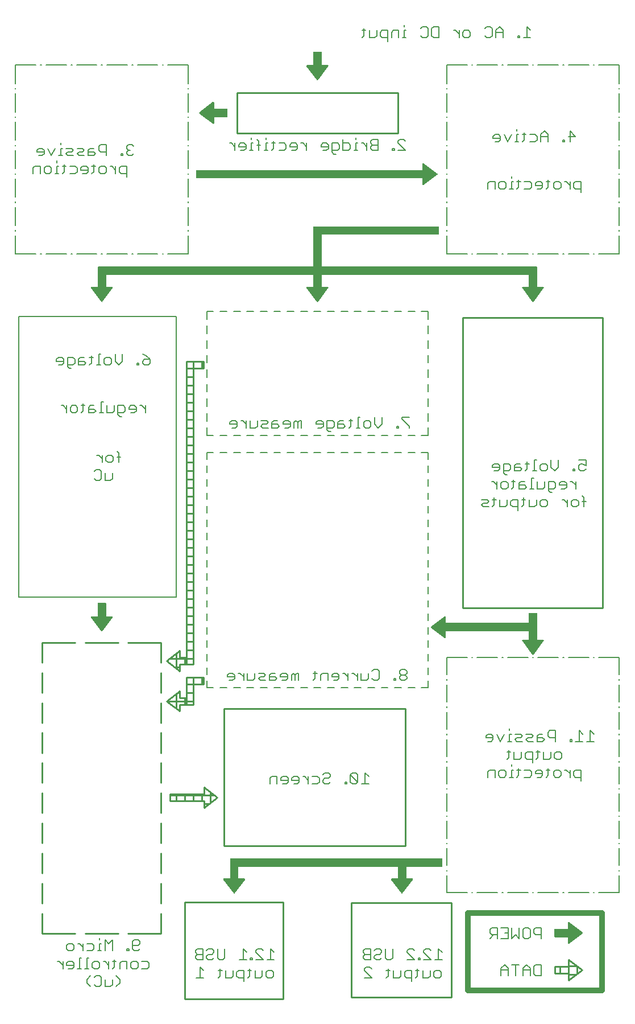
<source format=gbr>
G04 EAGLE Gerber RS-274X export*
G75*
%MOMM*%
%FSLAX34Y34*%
%LPD*%
%INSilkscreen Bottom*%
%IPPOS*%
%AMOC8*
5,1,8,0,0,1.08239X$1,22.5*%
G01*
%ADD10C,0.150000*%
%ADD11C,0.254000*%
%ADD12C,0.152400*%
%ADD13C,0.812800*%

G36*
X811079Y1038736D02*
X811079Y1038736D01*
X811098Y1038735D01*
X811235Y1038763D01*
X811373Y1038787D01*
X811391Y1038795D01*
X811410Y1038799D01*
X811535Y1038860D01*
X811663Y1038917D01*
X811678Y1038930D01*
X811696Y1038938D01*
X811802Y1039029D01*
X811911Y1039116D01*
X811929Y1039137D01*
X811938Y1039145D01*
X811949Y1039161D01*
X812015Y1039238D01*
X827015Y1059238D01*
X827040Y1059281D01*
X827071Y1059319D01*
X827118Y1059419D01*
X827173Y1059515D01*
X827186Y1059563D01*
X827207Y1059607D01*
X827228Y1059715D01*
X827257Y1059822D01*
X827257Y1059871D01*
X827267Y1059920D01*
X827260Y1060029D01*
X827262Y1060140D01*
X827250Y1060188D01*
X827247Y1060237D01*
X827213Y1060341D01*
X827187Y1060449D01*
X827164Y1060493D01*
X827149Y1060539D01*
X827090Y1060632D01*
X827038Y1060730D01*
X827005Y1060766D01*
X826979Y1060808D01*
X826898Y1060884D01*
X826824Y1060965D01*
X826783Y1060992D01*
X826747Y1061026D01*
X826651Y1061079D01*
X826559Y1061140D01*
X826512Y1061156D01*
X826469Y1061180D01*
X826362Y1061207D01*
X826258Y1061243D01*
X826209Y1061247D01*
X826161Y1061259D01*
X826000Y1061269D01*
X817269Y1061269D01*
X817269Y1090000D01*
X817254Y1090118D01*
X817247Y1090237D01*
X817234Y1090275D01*
X817229Y1090316D01*
X817186Y1090426D01*
X817149Y1090539D01*
X817127Y1090574D01*
X817112Y1090611D01*
X817043Y1090707D01*
X816979Y1090808D01*
X816949Y1090836D01*
X816926Y1090869D01*
X816834Y1090945D01*
X816747Y1091026D01*
X816712Y1091046D01*
X816681Y1091071D01*
X816573Y1091122D01*
X816469Y1091180D01*
X816429Y1091190D01*
X816393Y1091207D01*
X816276Y1091229D01*
X816161Y1091259D01*
X816101Y1091263D01*
X816081Y1091267D01*
X816060Y1091265D01*
X816000Y1091269D01*
X496269Y1091269D01*
X496269Y1138731D01*
X670000Y1138731D01*
X670118Y1138746D01*
X670237Y1138753D01*
X670275Y1138766D01*
X670316Y1138771D01*
X670426Y1138814D01*
X670539Y1138851D01*
X670574Y1138873D01*
X670611Y1138888D01*
X670707Y1138958D01*
X670808Y1139021D01*
X670836Y1139051D01*
X670869Y1139074D01*
X670945Y1139166D01*
X671026Y1139253D01*
X671046Y1139288D01*
X671071Y1139319D01*
X671122Y1139427D01*
X671180Y1139531D01*
X671190Y1139571D01*
X671207Y1139607D01*
X671229Y1139724D01*
X671259Y1139839D01*
X671263Y1139900D01*
X671267Y1139920D01*
X671265Y1139940D01*
X671269Y1140000D01*
X671269Y1150000D01*
X671254Y1150118D01*
X671247Y1150237D01*
X671234Y1150275D01*
X671229Y1150316D01*
X671186Y1150426D01*
X671149Y1150539D01*
X671127Y1150574D01*
X671112Y1150611D01*
X671043Y1150707D01*
X670979Y1150808D01*
X670949Y1150836D01*
X670926Y1150869D01*
X670834Y1150945D01*
X670747Y1151026D01*
X670712Y1151046D01*
X670681Y1151071D01*
X670573Y1151122D01*
X670469Y1151180D01*
X670429Y1151190D01*
X670393Y1151207D01*
X670276Y1151229D01*
X670161Y1151259D01*
X670101Y1151263D01*
X670081Y1151267D01*
X670060Y1151265D01*
X670000Y1151269D01*
X485000Y1151269D01*
X484882Y1151254D01*
X484763Y1151247D01*
X484725Y1151234D01*
X484684Y1151229D01*
X484574Y1151186D01*
X484461Y1151149D01*
X484426Y1151127D01*
X484389Y1151112D01*
X484293Y1151043D01*
X484192Y1150979D01*
X484164Y1150949D01*
X484131Y1150926D01*
X484056Y1150834D01*
X483974Y1150747D01*
X483954Y1150712D01*
X483929Y1150681D01*
X483878Y1150573D01*
X483820Y1150469D01*
X483810Y1150429D01*
X483793Y1150393D01*
X483771Y1150276D01*
X483741Y1150161D01*
X483737Y1150101D01*
X483733Y1150081D01*
X483735Y1150060D01*
X483731Y1150000D01*
X483731Y1091269D01*
X164000Y1091269D01*
X163882Y1091254D01*
X163763Y1091247D01*
X163725Y1091234D01*
X163684Y1091229D01*
X163574Y1091186D01*
X163461Y1091149D01*
X163426Y1091127D01*
X163389Y1091112D01*
X163293Y1091043D01*
X163192Y1090979D01*
X163164Y1090949D01*
X163131Y1090926D01*
X163056Y1090834D01*
X162974Y1090747D01*
X162954Y1090712D01*
X162929Y1090681D01*
X162878Y1090573D01*
X162820Y1090469D01*
X162810Y1090429D01*
X162793Y1090393D01*
X162771Y1090276D01*
X162741Y1090161D01*
X162737Y1090101D01*
X162733Y1090081D01*
X162735Y1090060D01*
X162731Y1090000D01*
X162731Y1061269D01*
X154000Y1061269D01*
X153951Y1061263D01*
X153902Y1061265D01*
X153794Y1061243D01*
X153684Y1061229D01*
X153639Y1061211D01*
X153590Y1061201D01*
X153491Y1061153D01*
X153389Y1061112D01*
X153349Y1061083D01*
X153304Y1061062D01*
X153221Y1060990D01*
X153131Y1060926D01*
X153100Y1060887D01*
X153062Y1060855D01*
X152999Y1060765D01*
X152929Y1060681D01*
X152908Y1060636D01*
X152879Y1060595D01*
X152840Y1060492D01*
X152793Y1060393D01*
X152784Y1060344D01*
X152766Y1060298D01*
X152754Y1060188D01*
X152733Y1060081D01*
X152736Y1060031D01*
X152731Y1059982D01*
X152746Y1059873D01*
X152753Y1059763D01*
X152768Y1059716D01*
X152775Y1059667D01*
X152817Y1059565D01*
X152851Y1059461D01*
X152878Y1059419D01*
X152896Y1059373D01*
X152985Y1059238D01*
X167985Y1039238D01*
X168082Y1039138D01*
X168176Y1039035D01*
X168192Y1039024D01*
X168206Y1039010D01*
X168325Y1038937D01*
X168441Y1038860D01*
X168460Y1038854D01*
X168477Y1038844D01*
X168610Y1038802D01*
X168742Y1038757D01*
X168762Y1038756D01*
X168781Y1038750D01*
X168920Y1038743D01*
X169059Y1038732D01*
X169079Y1038736D01*
X169098Y1038735D01*
X169235Y1038763D01*
X169373Y1038787D01*
X169391Y1038795D01*
X169410Y1038799D01*
X169535Y1038860D01*
X169663Y1038917D01*
X169678Y1038930D01*
X169696Y1038938D01*
X169802Y1039029D01*
X169911Y1039116D01*
X169929Y1039137D01*
X169938Y1039145D01*
X169949Y1039161D01*
X170015Y1039238D01*
X185015Y1059238D01*
X185040Y1059281D01*
X185071Y1059319D01*
X185118Y1059419D01*
X185173Y1059515D01*
X185186Y1059563D01*
X185207Y1059607D01*
X185228Y1059715D01*
X185257Y1059822D01*
X185257Y1059871D01*
X185267Y1059920D01*
X185260Y1060029D01*
X185262Y1060140D01*
X185250Y1060188D01*
X185247Y1060237D01*
X185213Y1060341D01*
X185187Y1060449D01*
X185164Y1060493D01*
X185149Y1060539D01*
X185090Y1060632D01*
X185038Y1060730D01*
X185005Y1060766D01*
X184979Y1060808D01*
X184898Y1060884D01*
X184824Y1060965D01*
X184783Y1060992D01*
X184747Y1061026D01*
X184651Y1061079D01*
X184559Y1061140D01*
X184512Y1061156D01*
X184469Y1061180D01*
X184362Y1061207D01*
X184258Y1061243D01*
X184209Y1061247D01*
X184161Y1061259D01*
X184000Y1061269D01*
X175269Y1061269D01*
X175269Y1078731D01*
X483731Y1078731D01*
X483731Y1061269D01*
X475000Y1061269D01*
X474951Y1061263D01*
X474902Y1061265D01*
X474794Y1061243D01*
X474684Y1061229D01*
X474639Y1061211D01*
X474590Y1061201D01*
X474491Y1061153D01*
X474389Y1061112D01*
X474349Y1061083D01*
X474304Y1061062D01*
X474221Y1060990D01*
X474131Y1060926D01*
X474100Y1060887D01*
X474062Y1060855D01*
X473999Y1060765D01*
X473929Y1060681D01*
X473908Y1060636D01*
X473879Y1060595D01*
X473840Y1060492D01*
X473793Y1060393D01*
X473784Y1060344D01*
X473766Y1060298D01*
X473754Y1060188D01*
X473733Y1060081D01*
X473736Y1060031D01*
X473731Y1059982D01*
X473746Y1059873D01*
X473753Y1059763D01*
X473768Y1059716D01*
X473775Y1059667D01*
X473817Y1059565D01*
X473851Y1059461D01*
X473878Y1059419D01*
X473896Y1059373D01*
X473985Y1059238D01*
X488985Y1039238D01*
X489082Y1039138D01*
X489176Y1039035D01*
X489192Y1039024D01*
X489206Y1039010D01*
X489325Y1038937D01*
X489441Y1038860D01*
X489460Y1038854D01*
X489477Y1038844D01*
X489610Y1038802D01*
X489742Y1038757D01*
X489762Y1038756D01*
X489781Y1038750D01*
X489920Y1038743D01*
X490059Y1038732D01*
X490079Y1038736D01*
X490098Y1038735D01*
X490235Y1038763D01*
X490373Y1038787D01*
X490391Y1038795D01*
X490410Y1038799D01*
X490535Y1038860D01*
X490663Y1038917D01*
X490678Y1038930D01*
X490696Y1038938D01*
X490802Y1039029D01*
X490911Y1039116D01*
X490929Y1039137D01*
X490938Y1039145D01*
X490949Y1039161D01*
X491015Y1039238D01*
X506015Y1059238D01*
X506040Y1059281D01*
X506071Y1059319D01*
X506118Y1059419D01*
X506173Y1059515D01*
X506186Y1059563D01*
X506207Y1059607D01*
X506228Y1059715D01*
X506257Y1059822D01*
X506257Y1059871D01*
X506267Y1059920D01*
X506260Y1060029D01*
X506262Y1060140D01*
X506250Y1060188D01*
X506247Y1060237D01*
X506213Y1060341D01*
X506187Y1060449D01*
X506164Y1060493D01*
X506149Y1060539D01*
X506090Y1060632D01*
X506038Y1060730D01*
X506005Y1060766D01*
X505979Y1060808D01*
X505898Y1060884D01*
X505824Y1060965D01*
X505783Y1060992D01*
X505747Y1061026D01*
X505651Y1061079D01*
X505559Y1061140D01*
X505512Y1061156D01*
X505469Y1061180D01*
X505362Y1061207D01*
X505258Y1061243D01*
X505209Y1061247D01*
X505161Y1061259D01*
X505000Y1061269D01*
X496269Y1061269D01*
X496269Y1078731D01*
X804731Y1078731D01*
X804731Y1061269D01*
X796000Y1061269D01*
X795951Y1061263D01*
X795902Y1061265D01*
X795794Y1061243D01*
X795684Y1061229D01*
X795639Y1061211D01*
X795590Y1061201D01*
X795491Y1061153D01*
X795389Y1061112D01*
X795349Y1061083D01*
X795304Y1061062D01*
X795221Y1060990D01*
X795131Y1060926D01*
X795100Y1060887D01*
X795062Y1060855D01*
X794999Y1060765D01*
X794929Y1060681D01*
X794908Y1060636D01*
X794879Y1060595D01*
X794840Y1060492D01*
X794793Y1060393D01*
X794784Y1060344D01*
X794766Y1060298D01*
X794754Y1060188D01*
X794733Y1060081D01*
X794736Y1060031D01*
X794731Y1059982D01*
X794746Y1059873D01*
X794753Y1059763D01*
X794768Y1059716D01*
X794775Y1059667D01*
X794817Y1059565D01*
X794851Y1059461D01*
X794878Y1059419D01*
X794896Y1059373D01*
X794985Y1059238D01*
X809985Y1039238D01*
X810082Y1039138D01*
X810176Y1039035D01*
X810192Y1039024D01*
X810206Y1039010D01*
X810325Y1038937D01*
X810441Y1038860D01*
X810460Y1038854D01*
X810477Y1038844D01*
X810610Y1038802D01*
X810742Y1038757D01*
X810762Y1038756D01*
X810781Y1038750D01*
X810920Y1038743D01*
X811059Y1038732D01*
X811079Y1038736D01*
G37*
G36*
X616079Y158736D02*
X616079Y158736D01*
X616098Y158735D01*
X616235Y158763D01*
X616373Y158787D01*
X616391Y158795D01*
X616410Y158799D01*
X616535Y158860D01*
X616663Y158917D01*
X616678Y158930D01*
X616696Y158938D01*
X616802Y159029D01*
X616911Y159116D01*
X616929Y159137D01*
X616938Y159145D01*
X616949Y159161D01*
X617015Y159238D01*
X632015Y179238D01*
X632040Y179281D01*
X632071Y179319D01*
X632118Y179419D01*
X632173Y179515D01*
X632186Y179563D01*
X632207Y179607D01*
X632228Y179715D01*
X632257Y179822D01*
X632257Y179871D01*
X632267Y179920D01*
X632260Y180029D01*
X632262Y180140D01*
X632250Y180188D01*
X632247Y180237D01*
X632213Y180341D01*
X632187Y180449D01*
X632164Y180493D01*
X632149Y180539D01*
X632090Y180632D01*
X632038Y180730D01*
X632005Y180766D01*
X631979Y180808D01*
X631898Y180884D01*
X631824Y180965D01*
X631783Y180992D01*
X631747Y181026D01*
X631651Y181079D01*
X631559Y181140D01*
X631512Y181156D01*
X631469Y181180D01*
X631362Y181207D01*
X631258Y181243D01*
X631209Y181247D01*
X631161Y181259D01*
X631000Y181269D01*
X622269Y181269D01*
X622269Y198731D01*
X675000Y198731D01*
X675118Y198746D01*
X675237Y198753D01*
X675275Y198766D01*
X675316Y198771D01*
X675426Y198814D01*
X675539Y198851D01*
X675574Y198873D01*
X675611Y198888D01*
X675707Y198958D01*
X675808Y199021D01*
X675836Y199051D01*
X675869Y199074D01*
X675945Y199166D01*
X676026Y199253D01*
X676046Y199288D01*
X676071Y199319D01*
X676122Y199427D01*
X676180Y199531D01*
X676190Y199571D01*
X676207Y199607D01*
X676229Y199724D01*
X676259Y199839D01*
X676263Y199900D01*
X676267Y199920D01*
X676265Y199940D01*
X676269Y200000D01*
X676269Y210000D01*
X676254Y210118D01*
X676247Y210237D01*
X676234Y210275D01*
X676229Y210316D01*
X676186Y210426D01*
X676149Y210539D01*
X676127Y210574D01*
X676112Y210611D01*
X676043Y210707D01*
X675979Y210808D01*
X675949Y210836D01*
X675926Y210869D01*
X675834Y210945D01*
X675747Y211026D01*
X675712Y211046D01*
X675681Y211071D01*
X675573Y211122D01*
X675469Y211180D01*
X675429Y211190D01*
X675393Y211207D01*
X675276Y211229D01*
X675161Y211259D01*
X675101Y211263D01*
X675081Y211267D01*
X675060Y211265D01*
X675000Y211269D01*
X361000Y211269D01*
X360882Y211254D01*
X360763Y211247D01*
X360725Y211234D01*
X360684Y211229D01*
X360574Y211186D01*
X360461Y211149D01*
X360426Y211127D01*
X360389Y211112D01*
X360293Y211043D01*
X360192Y210979D01*
X360164Y210949D01*
X360131Y210926D01*
X360056Y210834D01*
X359974Y210747D01*
X359954Y210712D01*
X359929Y210681D01*
X359878Y210573D01*
X359820Y210469D01*
X359810Y210429D01*
X359793Y210393D01*
X359771Y210276D01*
X359741Y210161D01*
X359737Y210101D01*
X359733Y210081D01*
X359735Y210060D01*
X359731Y210000D01*
X359731Y181269D01*
X351000Y181269D01*
X350951Y181263D01*
X350902Y181265D01*
X350794Y181243D01*
X350684Y181229D01*
X350639Y181211D01*
X350590Y181201D01*
X350491Y181153D01*
X350389Y181112D01*
X350349Y181083D01*
X350304Y181062D01*
X350221Y180990D01*
X350131Y180926D01*
X350100Y180887D01*
X350062Y180855D01*
X349999Y180765D01*
X349929Y180681D01*
X349908Y180636D01*
X349879Y180595D01*
X349840Y180492D01*
X349793Y180393D01*
X349784Y180344D01*
X349766Y180298D01*
X349754Y180188D01*
X349733Y180081D01*
X349736Y180031D01*
X349731Y179982D01*
X349746Y179873D01*
X349753Y179763D01*
X349768Y179716D01*
X349775Y179667D01*
X349817Y179565D01*
X349851Y179461D01*
X349878Y179419D01*
X349896Y179373D01*
X349985Y179238D01*
X364985Y159238D01*
X365082Y159138D01*
X365176Y159035D01*
X365192Y159024D01*
X365206Y159010D01*
X365325Y158937D01*
X365441Y158860D01*
X365460Y158854D01*
X365477Y158844D01*
X365610Y158802D01*
X365742Y158757D01*
X365762Y158756D01*
X365781Y158750D01*
X365920Y158743D01*
X366059Y158732D01*
X366079Y158736D01*
X366098Y158735D01*
X366235Y158763D01*
X366373Y158787D01*
X366391Y158795D01*
X366410Y158799D01*
X366535Y158860D01*
X366663Y158917D01*
X366678Y158930D01*
X366696Y158938D01*
X366802Y159029D01*
X366911Y159116D01*
X366929Y159137D01*
X366938Y159145D01*
X366949Y159161D01*
X367015Y159238D01*
X382015Y179238D01*
X382040Y179281D01*
X382071Y179319D01*
X382118Y179419D01*
X382173Y179515D01*
X382186Y179563D01*
X382207Y179607D01*
X382228Y179715D01*
X382257Y179822D01*
X382257Y179871D01*
X382267Y179920D01*
X382260Y180029D01*
X382262Y180140D01*
X382250Y180188D01*
X382247Y180237D01*
X382213Y180341D01*
X382187Y180449D01*
X382164Y180493D01*
X382149Y180539D01*
X382090Y180632D01*
X382038Y180730D01*
X382005Y180766D01*
X381979Y180808D01*
X381898Y180884D01*
X381824Y180965D01*
X381783Y180992D01*
X381747Y181026D01*
X381651Y181079D01*
X381559Y181140D01*
X381512Y181156D01*
X381469Y181180D01*
X381362Y181207D01*
X381258Y181243D01*
X381209Y181247D01*
X381161Y181259D01*
X381000Y181269D01*
X372269Y181269D01*
X372269Y198731D01*
X609731Y198731D01*
X609731Y181269D01*
X601000Y181269D01*
X600951Y181263D01*
X600902Y181265D01*
X600794Y181243D01*
X600684Y181229D01*
X600639Y181211D01*
X600590Y181201D01*
X600491Y181153D01*
X600389Y181112D01*
X600349Y181083D01*
X600304Y181062D01*
X600221Y180990D01*
X600131Y180926D01*
X600100Y180887D01*
X600062Y180855D01*
X599999Y180765D01*
X599929Y180681D01*
X599908Y180636D01*
X599879Y180595D01*
X599840Y180492D01*
X599793Y180393D01*
X599784Y180344D01*
X599766Y180298D01*
X599754Y180188D01*
X599733Y180081D01*
X599736Y180031D01*
X599731Y179982D01*
X599746Y179873D01*
X599753Y179763D01*
X599768Y179716D01*
X599775Y179667D01*
X599817Y179565D01*
X599851Y179461D01*
X599878Y179419D01*
X599896Y179373D01*
X599985Y179238D01*
X614985Y159238D01*
X615082Y159138D01*
X615176Y159035D01*
X615192Y159024D01*
X615206Y159010D01*
X615325Y158937D01*
X615441Y158860D01*
X615460Y158854D01*
X615477Y158844D01*
X615610Y158802D01*
X615742Y158757D01*
X615762Y158756D01*
X615781Y158750D01*
X615920Y158743D01*
X616059Y158732D01*
X616079Y158736D01*
G37*
G36*
X647769Y1212632D02*
X647769Y1212632D01*
X647879Y1212639D01*
X647926Y1212654D01*
X647975Y1212661D01*
X648077Y1212703D01*
X648181Y1212737D01*
X648223Y1212764D01*
X648269Y1212782D01*
X648404Y1212871D01*
X668404Y1227871D01*
X668504Y1227968D01*
X668607Y1228062D01*
X668618Y1228078D01*
X668632Y1228092D01*
X668705Y1228211D01*
X668782Y1228327D01*
X668788Y1228346D01*
X668798Y1228363D01*
X668840Y1228496D01*
X668885Y1228628D01*
X668886Y1228648D01*
X668892Y1228667D01*
X668899Y1228806D01*
X668910Y1228945D01*
X668907Y1228965D01*
X668907Y1228984D01*
X668879Y1229121D01*
X668855Y1229259D01*
X668847Y1229277D01*
X668843Y1229296D01*
X668782Y1229421D01*
X668725Y1229549D01*
X668712Y1229564D01*
X668704Y1229582D01*
X668613Y1229688D01*
X668526Y1229797D01*
X668505Y1229815D01*
X668497Y1229824D01*
X668481Y1229835D01*
X668404Y1229901D01*
X648404Y1244901D01*
X648361Y1244926D01*
X648323Y1244957D01*
X648223Y1245004D01*
X648127Y1245059D01*
X648079Y1245072D01*
X648035Y1245093D01*
X647927Y1245114D01*
X647820Y1245143D01*
X647771Y1245143D01*
X647723Y1245153D01*
X647613Y1245146D01*
X647502Y1245148D01*
X647454Y1245136D01*
X647405Y1245133D01*
X647301Y1245099D01*
X647193Y1245073D01*
X647149Y1245050D01*
X647103Y1245035D01*
X647010Y1244976D01*
X646912Y1244924D01*
X646876Y1244891D01*
X646834Y1244865D01*
X646758Y1244784D01*
X646677Y1244710D01*
X646650Y1244669D01*
X646616Y1244633D01*
X646563Y1244537D01*
X646502Y1244445D01*
X646486Y1244398D01*
X646462Y1244355D01*
X646435Y1244248D01*
X646399Y1244144D01*
X646395Y1244095D01*
X646383Y1244047D01*
X646373Y1243886D01*
X646373Y1235155D01*
X310602Y1235155D01*
X310484Y1235140D01*
X310365Y1235133D01*
X310327Y1235120D01*
X310286Y1235115D01*
X310176Y1235072D01*
X310063Y1235035D01*
X310028Y1235013D01*
X309991Y1234998D01*
X309895Y1234929D01*
X309794Y1234865D01*
X309766Y1234835D01*
X309733Y1234812D01*
X309658Y1234720D01*
X309576Y1234633D01*
X309556Y1234598D01*
X309531Y1234567D01*
X309480Y1234459D01*
X309422Y1234355D01*
X309412Y1234315D01*
X309395Y1234279D01*
X309373Y1234162D01*
X309343Y1234047D01*
X309339Y1233987D01*
X309335Y1233967D01*
X309337Y1233946D01*
X309333Y1233886D01*
X309333Y1223886D01*
X309348Y1223768D01*
X309355Y1223649D01*
X309368Y1223611D01*
X309373Y1223570D01*
X309416Y1223460D01*
X309453Y1223347D01*
X309475Y1223312D01*
X309490Y1223275D01*
X309560Y1223179D01*
X309623Y1223078D01*
X309653Y1223050D01*
X309676Y1223017D01*
X309768Y1222942D01*
X309855Y1222860D01*
X309890Y1222840D01*
X309921Y1222815D01*
X310029Y1222764D01*
X310133Y1222706D01*
X310173Y1222696D01*
X310209Y1222679D01*
X310326Y1222657D01*
X310441Y1222627D01*
X310502Y1222623D01*
X310522Y1222619D01*
X310542Y1222621D01*
X310602Y1222617D01*
X646373Y1222617D01*
X646373Y1213886D01*
X646379Y1213837D01*
X646377Y1213788D01*
X646399Y1213680D01*
X646413Y1213570D01*
X646431Y1213525D01*
X646441Y1213476D01*
X646489Y1213377D01*
X646530Y1213275D01*
X646559Y1213235D01*
X646580Y1213190D01*
X646652Y1213107D01*
X646716Y1213017D01*
X646755Y1212986D01*
X646787Y1212948D01*
X646877Y1212885D01*
X646961Y1212815D01*
X647006Y1212794D01*
X647047Y1212765D01*
X647150Y1212726D01*
X647249Y1212679D01*
X647298Y1212670D01*
X647344Y1212652D01*
X647454Y1212640D01*
X647562Y1212619D01*
X647611Y1212622D01*
X647660Y1212617D01*
X647769Y1212632D01*
G37*
G36*
X811079Y513736D02*
X811079Y513736D01*
X811098Y513735D01*
X811235Y513763D01*
X811373Y513787D01*
X811391Y513795D01*
X811410Y513799D01*
X811535Y513860D01*
X811663Y513917D01*
X811678Y513930D01*
X811696Y513938D01*
X811802Y514029D01*
X811911Y514116D01*
X811929Y514137D01*
X811938Y514145D01*
X811949Y514161D01*
X812015Y514238D01*
X827015Y534238D01*
X827040Y534281D01*
X827071Y534319D01*
X827118Y534419D01*
X827173Y534515D01*
X827186Y534563D01*
X827207Y534607D01*
X827228Y534715D01*
X827257Y534822D01*
X827257Y534871D01*
X827267Y534920D01*
X827260Y535029D01*
X827262Y535140D01*
X827250Y535188D01*
X827247Y535237D01*
X827213Y535341D01*
X827187Y535449D01*
X827164Y535493D01*
X827149Y535539D01*
X827090Y535632D01*
X827038Y535730D01*
X827005Y535766D01*
X826979Y535808D01*
X826898Y535884D01*
X826824Y535965D01*
X826783Y535992D01*
X826747Y536026D01*
X826651Y536079D01*
X826559Y536140D01*
X826512Y536156D01*
X826469Y536180D01*
X826362Y536207D01*
X826258Y536243D01*
X826209Y536247D01*
X826161Y536259D01*
X826000Y536269D01*
X817269Y536269D01*
X817269Y575000D01*
X817254Y575118D01*
X817247Y575237D01*
X817234Y575275D01*
X817229Y575316D01*
X817186Y575426D01*
X817149Y575539D01*
X817127Y575574D01*
X817112Y575611D01*
X817043Y575707D01*
X816979Y575808D01*
X816949Y575836D01*
X816926Y575869D01*
X816834Y575945D01*
X816747Y576026D01*
X816712Y576046D01*
X816681Y576071D01*
X816573Y576122D01*
X816469Y576180D01*
X816429Y576190D01*
X816393Y576207D01*
X816276Y576229D01*
X816161Y576259D01*
X816101Y576263D01*
X816081Y576267D01*
X816060Y576265D01*
X816000Y576269D01*
X806000Y576269D01*
X805882Y576254D01*
X805763Y576247D01*
X805725Y576234D01*
X805684Y576229D01*
X805574Y576186D01*
X805461Y576149D01*
X805426Y576127D01*
X805389Y576112D01*
X805293Y576043D01*
X805192Y575979D01*
X805164Y575949D01*
X805131Y575926D01*
X805056Y575834D01*
X804974Y575747D01*
X804954Y575712D01*
X804929Y575681D01*
X804878Y575573D01*
X804820Y575469D01*
X804810Y575429D01*
X804793Y575393D01*
X804771Y575276D01*
X804741Y575161D01*
X804737Y575101D01*
X804733Y575081D01*
X804735Y575060D01*
X804731Y575000D01*
X804731Y561269D01*
X681269Y561269D01*
X681269Y570000D01*
X681263Y570049D01*
X681265Y570098D01*
X681243Y570206D01*
X681229Y570316D01*
X681211Y570361D01*
X681201Y570410D01*
X681153Y570509D01*
X681112Y570611D01*
X681083Y570651D01*
X681062Y570696D01*
X680990Y570779D01*
X680926Y570869D01*
X680887Y570900D01*
X680855Y570938D01*
X680765Y571001D01*
X680681Y571071D01*
X680636Y571092D01*
X680595Y571121D01*
X680492Y571160D01*
X680393Y571207D01*
X680344Y571216D01*
X680298Y571234D01*
X680188Y571246D01*
X680081Y571267D01*
X680031Y571264D01*
X679982Y571269D01*
X679873Y571254D01*
X679763Y571247D01*
X679716Y571232D01*
X679667Y571225D01*
X679565Y571183D01*
X679461Y571149D01*
X679419Y571122D01*
X679373Y571104D01*
X679238Y571015D01*
X659238Y556015D01*
X659138Y555918D01*
X659035Y555824D01*
X659024Y555808D01*
X659010Y555794D01*
X658937Y555675D01*
X658860Y555559D01*
X658854Y555540D01*
X658844Y555523D01*
X658802Y555390D01*
X658757Y555258D01*
X658756Y555238D01*
X658750Y555219D01*
X658743Y555080D01*
X658732Y554941D01*
X658736Y554921D01*
X658735Y554902D01*
X658763Y554765D01*
X658787Y554627D01*
X658795Y554609D01*
X658799Y554590D01*
X658860Y554465D01*
X658917Y554338D01*
X658930Y554322D01*
X658938Y554304D01*
X659029Y554198D01*
X659116Y554089D01*
X659137Y554071D01*
X659145Y554062D01*
X659161Y554051D01*
X659238Y553985D01*
X679238Y538985D01*
X679281Y538960D01*
X679319Y538929D01*
X679419Y538882D01*
X679515Y538827D01*
X679563Y538814D01*
X679607Y538793D01*
X679715Y538772D01*
X679822Y538743D01*
X679871Y538743D01*
X679920Y538733D01*
X680029Y538740D01*
X680140Y538738D01*
X680188Y538750D01*
X680237Y538753D01*
X680341Y538787D01*
X680449Y538813D01*
X680493Y538836D01*
X680539Y538851D01*
X680632Y538910D01*
X680730Y538962D01*
X680766Y538995D01*
X680808Y539021D01*
X680884Y539102D01*
X680965Y539176D01*
X680992Y539217D01*
X681026Y539253D01*
X681079Y539349D01*
X681140Y539441D01*
X681156Y539488D01*
X681180Y539531D01*
X681207Y539638D01*
X681243Y539742D01*
X681247Y539791D01*
X681259Y539839D01*
X681269Y540000D01*
X681269Y548731D01*
X804731Y548731D01*
X804731Y536269D01*
X796000Y536269D01*
X795951Y536263D01*
X795902Y536265D01*
X795794Y536243D01*
X795684Y536229D01*
X795639Y536211D01*
X795590Y536201D01*
X795491Y536153D01*
X795389Y536112D01*
X795349Y536083D01*
X795304Y536062D01*
X795221Y535990D01*
X795131Y535926D01*
X795100Y535887D01*
X795062Y535855D01*
X794999Y535765D01*
X794929Y535681D01*
X794908Y535636D01*
X794879Y535595D01*
X794840Y535492D01*
X794793Y535393D01*
X794784Y535344D01*
X794766Y535298D01*
X794754Y535188D01*
X794733Y535081D01*
X794736Y535031D01*
X794731Y534982D01*
X794746Y534873D01*
X794753Y534763D01*
X794768Y534716D01*
X794775Y534667D01*
X794817Y534565D01*
X794851Y534461D01*
X794878Y534419D01*
X794896Y534373D01*
X794985Y534238D01*
X809985Y514238D01*
X810082Y514138D01*
X810176Y514035D01*
X810192Y514024D01*
X810206Y514010D01*
X810325Y513937D01*
X810441Y513860D01*
X810460Y513854D01*
X810477Y513844D01*
X810610Y513802D01*
X810742Y513757D01*
X810762Y513756D01*
X810781Y513750D01*
X810920Y513743D01*
X811059Y513732D01*
X811079Y513736D01*
G37*
G36*
X490079Y1368736D02*
X490079Y1368736D01*
X490098Y1368735D01*
X490235Y1368763D01*
X490373Y1368787D01*
X490391Y1368795D01*
X490410Y1368799D01*
X490535Y1368860D01*
X490663Y1368917D01*
X490678Y1368930D01*
X490696Y1368938D01*
X490802Y1369029D01*
X490911Y1369116D01*
X490929Y1369137D01*
X490938Y1369145D01*
X490949Y1369161D01*
X491015Y1369238D01*
X506015Y1389238D01*
X506040Y1389281D01*
X506071Y1389319D01*
X506118Y1389419D01*
X506173Y1389515D01*
X506186Y1389563D01*
X506207Y1389607D01*
X506228Y1389715D01*
X506257Y1389822D01*
X506257Y1389871D01*
X506267Y1389920D01*
X506260Y1390029D01*
X506262Y1390140D01*
X506250Y1390188D01*
X506247Y1390237D01*
X506213Y1390341D01*
X506187Y1390449D01*
X506164Y1390493D01*
X506149Y1390539D01*
X506090Y1390632D01*
X506038Y1390730D01*
X506005Y1390766D01*
X505979Y1390808D01*
X505898Y1390884D01*
X505824Y1390965D01*
X505783Y1390992D01*
X505747Y1391026D01*
X505651Y1391079D01*
X505559Y1391140D01*
X505512Y1391156D01*
X505469Y1391180D01*
X505362Y1391207D01*
X505258Y1391243D01*
X505209Y1391247D01*
X505161Y1391259D01*
X505000Y1391269D01*
X496269Y1391269D01*
X496269Y1410000D01*
X496254Y1410118D01*
X496247Y1410237D01*
X496234Y1410275D01*
X496229Y1410316D01*
X496186Y1410426D01*
X496149Y1410539D01*
X496127Y1410574D01*
X496112Y1410611D01*
X496043Y1410707D01*
X495979Y1410808D01*
X495949Y1410836D01*
X495926Y1410869D01*
X495834Y1410945D01*
X495747Y1411026D01*
X495712Y1411046D01*
X495681Y1411071D01*
X495573Y1411122D01*
X495469Y1411180D01*
X495429Y1411190D01*
X495393Y1411207D01*
X495276Y1411229D01*
X495161Y1411259D01*
X495101Y1411263D01*
X495081Y1411267D01*
X495060Y1411265D01*
X495000Y1411269D01*
X485000Y1411269D01*
X484882Y1411254D01*
X484763Y1411247D01*
X484725Y1411234D01*
X484684Y1411229D01*
X484574Y1411186D01*
X484461Y1411149D01*
X484426Y1411127D01*
X484389Y1411112D01*
X484293Y1411043D01*
X484192Y1410979D01*
X484164Y1410949D01*
X484131Y1410926D01*
X484056Y1410834D01*
X483974Y1410747D01*
X483954Y1410712D01*
X483929Y1410681D01*
X483878Y1410573D01*
X483820Y1410469D01*
X483810Y1410429D01*
X483793Y1410393D01*
X483771Y1410276D01*
X483741Y1410161D01*
X483737Y1410101D01*
X483733Y1410081D01*
X483735Y1410060D01*
X483731Y1410000D01*
X483731Y1391269D01*
X475000Y1391269D01*
X474951Y1391263D01*
X474902Y1391265D01*
X474794Y1391243D01*
X474684Y1391229D01*
X474639Y1391211D01*
X474590Y1391201D01*
X474491Y1391153D01*
X474389Y1391112D01*
X474349Y1391083D01*
X474304Y1391062D01*
X474221Y1390990D01*
X474131Y1390926D01*
X474100Y1390887D01*
X474062Y1390855D01*
X473999Y1390765D01*
X473929Y1390681D01*
X473908Y1390636D01*
X473879Y1390595D01*
X473840Y1390492D01*
X473793Y1390393D01*
X473784Y1390344D01*
X473766Y1390298D01*
X473754Y1390188D01*
X473733Y1390081D01*
X473736Y1390031D01*
X473731Y1389982D01*
X473746Y1389873D01*
X473753Y1389763D01*
X473768Y1389716D01*
X473775Y1389667D01*
X473817Y1389565D01*
X473851Y1389461D01*
X473878Y1389419D01*
X473896Y1389373D01*
X473985Y1389238D01*
X488985Y1369238D01*
X489082Y1369138D01*
X489176Y1369035D01*
X489192Y1369024D01*
X489206Y1369010D01*
X489325Y1368937D01*
X489441Y1368860D01*
X489460Y1368854D01*
X489477Y1368844D01*
X489610Y1368802D01*
X489742Y1368757D01*
X489762Y1368756D01*
X489781Y1368750D01*
X489920Y1368743D01*
X490059Y1368732D01*
X490079Y1368736D01*
G37*
G36*
X335029Y1303740D02*
X335029Y1303740D01*
X335140Y1303738D01*
X335188Y1303750D01*
X335237Y1303753D01*
X335341Y1303787D01*
X335449Y1303813D01*
X335493Y1303836D01*
X335539Y1303851D01*
X335632Y1303910D01*
X335730Y1303962D01*
X335766Y1303995D01*
X335808Y1304021D01*
X335884Y1304102D01*
X335965Y1304176D01*
X335992Y1304217D01*
X336026Y1304253D01*
X336079Y1304349D01*
X336140Y1304441D01*
X336156Y1304488D01*
X336180Y1304531D01*
X336207Y1304638D01*
X336243Y1304742D01*
X336247Y1304791D01*
X336259Y1304839D01*
X336269Y1305000D01*
X336269Y1313731D01*
X355000Y1313731D01*
X355118Y1313746D01*
X355237Y1313753D01*
X355275Y1313766D01*
X355316Y1313771D01*
X355426Y1313814D01*
X355539Y1313851D01*
X355574Y1313873D01*
X355611Y1313888D01*
X355707Y1313958D01*
X355808Y1314021D01*
X355836Y1314051D01*
X355869Y1314074D01*
X355945Y1314166D01*
X356026Y1314253D01*
X356046Y1314288D01*
X356071Y1314319D01*
X356122Y1314427D01*
X356180Y1314531D01*
X356190Y1314571D01*
X356207Y1314607D01*
X356229Y1314724D01*
X356259Y1314839D01*
X356263Y1314900D01*
X356267Y1314920D01*
X356265Y1314940D01*
X356269Y1315000D01*
X356269Y1325000D01*
X356254Y1325118D01*
X356247Y1325237D01*
X356234Y1325275D01*
X356229Y1325316D01*
X356186Y1325426D01*
X356149Y1325539D01*
X356127Y1325574D01*
X356112Y1325611D01*
X356043Y1325707D01*
X355979Y1325808D01*
X355949Y1325836D01*
X355926Y1325869D01*
X355834Y1325945D01*
X355747Y1326026D01*
X355712Y1326046D01*
X355681Y1326071D01*
X355573Y1326122D01*
X355469Y1326180D01*
X355429Y1326190D01*
X355393Y1326207D01*
X355276Y1326229D01*
X355161Y1326259D01*
X355101Y1326263D01*
X355081Y1326267D01*
X355060Y1326265D01*
X355000Y1326269D01*
X336269Y1326269D01*
X336269Y1335000D01*
X336263Y1335049D01*
X336265Y1335098D01*
X336243Y1335206D01*
X336229Y1335316D01*
X336211Y1335361D01*
X336201Y1335410D01*
X336153Y1335509D01*
X336112Y1335611D01*
X336083Y1335651D01*
X336062Y1335696D01*
X335990Y1335779D01*
X335926Y1335869D01*
X335887Y1335900D01*
X335855Y1335938D01*
X335765Y1336001D01*
X335681Y1336071D01*
X335636Y1336092D01*
X335595Y1336121D01*
X335492Y1336160D01*
X335393Y1336207D01*
X335344Y1336216D01*
X335298Y1336234D01*
X335188Y1336246D01*
X335081Y1336267D01*
X335031Y1336264D01*
X334982Y1336269D01*
X334873Y1336254D01*
X334763Y1336247D01*
X334716Y1336232D01*
X334667Y1336225D01*
X334565Y1336183D01*
X334461Y1336149D01*
X334419Y1336122D01*
X334373Y1336104D01*
X334238Y1336015D01*
X314238Y1321015D01*
X314138Y1320918D01*
X314035Y1320824D01*
X314024Y1320808D01*
X314010Y1320794D01*
X313937Y1320675D01*
X313860Y1320559D01*
X313854Y1320540D01*
X313844Y1320523D01*
X313802Y1320390D01*
X313757Y1320258D01*
X313756Y1320238D01*
X313750Y1320219D01*
X313743Y1320080D01*
X313732Y1319941D01*
X313736Y1319921D01*
X313735Y1319902D01*
X313763Y1319765D01*
X313787Y1319627D01*
X313795Y1319609D01*
X313799Y1319590D01*
X313860Y1319465D01*
X313917Y1319338D01*
X313930Y1319322D01*
X313938Y1319304D01*
X314029Y1319198D01*
X314116Y1319089D01*
X314137Y1319071D01*
X314145Y1319062D01*
X314161Y1319051D01*
X314238Y1318985D01*
X334238Y1303985D01*
X334281Y1303960D01*
X334319Y1303929D01*
X334419Y1303882D01*
X334515Y1303827D01*
X334563Y1303814D01*
X334607Y1303793D01*
X334715Y1303772D01*
X334822Y1303743D01*
X334871Y1303743D01*
X334920Y1303733D01*
X335029Y1303740D01*
G37*
G36*
X169079Y548736D02*
X169079Y548736D01*
X169098Y548735D01*
X169235Y548763D01*
X169373Y548787D01*
X169391Y548795D01*
X169410Y548799D01*
X169535Y548860D01*
X169663Y548917D01*
X169678Y548930D01*
X169696Y548938D01*
X169802Y549029D01*
X169911Y549116D01*
X169929Y549137D01*
X169938Y549145D01*
X169949Y549161D01*
X170015Y549238D01*
X185015Y569238D01*
X185040Y569281D01*
X185071Y569319D01*
X185118Y569419D01*
X185173Y569515D01*
X185186Y569563D01*
X185207Y569607D01*
X185228Y569715D01*
X185257Y569822D01*
X185257Y569871D01*
X185267Y569920D01*
X185260Y570029D01*
X185262Y570140D01*
X185250Y570188D01*
X185247Y570237D01*
X185213Y570341D01*
X185187Y570449D01*
X185164Y570493D01*
X185149Y570539D01*
X185090Y570632D01*
X185038Y570730D01*
X185005Y570766D01*
X184979Y570808D01*
X184898Y570884D01*
X184824Y570965D01*
X184783Y570992D01*
X184747Y571026D01*
X184651Y571079D01*
X184559Y571140D01*
X184512Y571156D01*
X184469Y571180D01*
X184362Y571207D01*
X184258Y571243D01*
X184209Y571247D01*
X184161Y571259D01*
X184000Y571269D01*
X175269Y571269D01*
X175269Y590000D01*
X175254Y590118D01*
X175247Y590237D01*
X175234Y590275D01*
X175229Y590316D01*
X175186Y590426D01*
X175149Y590539D01*
X175127Y590574D01*
X175112Y590611D01*
X175043Y590707D01*
X174979Y590808D01*
X174949Y590836D01*
X174926Y590869D01*
X174834Y590945D01*
X174747Y591026D01*
X174712Y591046D01*
X174681Y591071D01*
X174573Y591122D01*
X174469Y591180D01*
X174429Y591190D01*
X174393Y591207D01*
X174276Y591229D01*
X174161Y591259D01*
X174101Y591263D01*
X174081Y591267D01*
X174060Y591265D01*
X174000Y591269D01*
X164000Y591269D01*
X163882Y591254D01*
X163763Y591247D01*
X163725Y591234D01*
X163684Y591229D01*
X163574Y591186D01*
X163461Y591149D01*
X163426Y591127D01*
X163389Y591112D01*
X163293Y591043D01*
X163192Y590979D01*
X163164Y590949D01*
X163131Y590926D01*
X163056Y590834D01*
X162974Y590747D01*
X162954Y590712D01*
X162929Y590681D01*
X162878Y590573D01*
X162820Y590469D01*
X162810Y590429D01*
X162793Y590393D01*
X162771Y590276D01*
X162741Y590161D01*
X162737Y590101D01*
X162733Y590081D01*
X162735Y590060D01*
X162731Y590000D01*
X162731Y571269D01*
X154000Y571269D01*
X153951Y571263D01*
X153902Y571265D01*
X153794Y571243D01*
X153684Y571229D01*
X153639Y571211D01*
X153590Y571201D01*
X153491Y571153D01*
X153389Y571112D01*
X153349Y571083D01*
X153304Y571062D01*
X153221Y570990D01*
X153131Y570926D01*
X153100Y570887D01*
X153062Y570855D01*
X152999Y570765D01*
X152929Y570681D01*
X152908Y570636D01*
X152879Y570595D01*
X152840Y570492D01*
X152793Y570393D01*
X152784Y570344D01*
X152766Y570298D01*
X152754Y570188D01*
X152733Y570081D01*
X152736Y570031D01*
X152731Y569982D01*
X152746Y569873D01*
X152753Y569763D01*
X152768Y569716D01*
X152775Y569667D01*
X152817Y569565D01*
X152851Y569461D01*
X152878Y569419D01*
X152896Y569373D01*
X152985Y569238D01*
X167985Y549238D01*
X168082Y549138D01*
X168176Y549035D01*
X168192Y549024D01*
X168206Y549010D01*
X168325Y548937D01*
X168441Y548860D01*
X168460Y548854D01*
X168477Y548844D01*
X168610Y548802D01*
X168742Y548757D01*
X168762Y548756D01*
X168781Y548750D01*
X168920Y548743D01*
X169059Y548732D01*
X169079Y548736D01*
G37*
G36*
X864127Y83746D02*
X864127Y83746D01*
X864237Y83753D01*
X864284Y83768D01*
X864333Y83775D01*
X864435Y83817D01*
X864539Y83851D01*
X864581Y83878D01*
X864627Y83896D01*
X864762Y83985D01*
X884762Y98985D01*
X884862Y99082D01*
X884965Y99176D01*
X884976Y99192D01*
X884990Y99206D01*
X885063Y99325D01*
X885140Y99441D01*
X885146Y99460D01*
X885156Y99477D01*
X885198Y99610D01*
X885243Y99742D01*
X885244Y99762D01*
X885250Y99781D01*
X885257Y99920D01*
X885268Y100059D01*
X885265Y100079D01*
X885265Y100098D01*
X885237Y100235D01*
X885213Y100373D01*
X885205Y100391D01*
X885201Y100410D01*
X885140Y100535D01*
X885083Y100663D01*
X885070Y100678D01*
X885062Y100696D01*
X884971Y100802D01*
X884884Y100911D01*
X884863Y100929D01*
X884855Y100938D01*
X884839Y100949D01*
X884762Y101015D01*
X864762Y116015D01*
X864719Y116040D01*
X864681Y116071D01*
X864581Y116118D01*
X864485Y116173D01*
X864437Y116186D01*
X864393Y116207D01*
X864285Y116228D01*
X864178Y116257D01*
X864129Y116257D01*
X864081Y116267D01*
X863971Y116260D01*
X863860Y116262D01*
X863812Y116250D01*
X863763Y116247D01*
X863659Y116213D01*
X863551Y116187D01*
X863507Y116164D01*
X863461Y116149D01*
X863368Y116090D01*
X863270Y116038D01*
X863234Y116005D01*
X863192Y115979D01*
X863116Y115898D01*
X863035Y115824D01*
X863008Y115783D01*
X862974Y115747D01*
X862921Y115651D01*
X862860Y115559D01*
X862844Y115512D01*
X862820Y115469D01*
X862793Y115362D01*
X862757Y115258D01*
X862753Y115209D01*
X862741Y115161D01*
X862731Y115000D01*
X862731Y106269D01*
X844000Y106269D01*
X843882Y106254D01*
X843763Y106247D01*
X843725Y106234D01*
X843684Y106229D01*
X843574Y106186D01*
X843461Y106149D01*
X843426Y106127D01*
X843389Y106112D01*
X843293Y106043D01*
X843192Y105979D01*
X843164Y105949D01*
X843131Y105926D01*
X843056Y105834D01*
X842974Y105747D01*
X842954Y105712D01*
X842929Y105681D01*
X842878Y105573D01*
X842820Y105469D01*
X842810Y105429D01*
X842793Y105393D01*
X842771Y105276D01*
X842741Y105161D01*
X842737Y105101D01*
X842733Y105081D01*
X842735Y105060D01*
X842731Y105000D01*
X842731Y95000D01*
X842746Y94882D01*
X842753Y94763D01*
X842766Y94725D01*
X842771Y94684D01*
X842814Y94574D01*
X842851Y94461D01*
X842873Y94426D01*
X842888Y94389D01*
X842958Y94293D01*
X843021Y94192D01*
X843051Y94164D01*
X843074Y94131D01*
X843166Y94056D01*
X843253Y93974D01*
X843288Y93954D01*
X843319Y93929D01*
X843427Y93878D01*
X843531Y93820D01*
X843571Y93810D01*
X843607Y93793D01*
X843724Y93771D01*
X843839Y93741D01*
X843900Y93737D01*
X843920Y93733D01*
X843940Y93735D01*
X844000Y93731D01*
X862731Y93731D01*
X862731Y85000D01*
X862737Y84951D01*
X862735Y84902D01*
X862757Y84794D01*
X862771Y84684D01*
X862789Y84639D01*
X862799Y84590D01*
X862847Y84491D01*
X862888Y84389D01*
X862917Y84349D01*
X862938Y84304D01*
X863010Y84221D01*
X863074Y84131D01*
X863113Y84100D01*
X863145Y84062D01*
X863235Y83999D01*
X863319Y83929D01*
X863364Y83908D01*
X863405Y83879D01*
X863508Y83840D01*
X863607Y83793D01*
X863656Y83784D01*
X863702Y83766D01*
X863812Y83754D01*
X863920Y83733D01*
X863969Y83736D01*
X864018Y83731D01*
X864127Y83746D01*
G37*
D10*
X297500Y1391100D02*
X267167Y1391100D01*
X260342Y1391100D02*
X258992Y1391100D01*
X252167Y1391100D02*
X221833Y1391100D01*
X215008Y1391100D02*
X213658Y1391100D01*
X206833Y1391100D02*
X176500Y1391100D01*
X169675Y1391100D02*
X168325Y1391100D01*
X161500Y1391100D02*
X131167Y1391100D01*
X124342Y1391100D02*
X122992Y1391100D01*
X116167Y1391100D02*
X85833Y1391100D01*
X79008Y1391100D02*
X77658Y1391100D01*
X70833Y1391100D02*
X40500Y1391100D01*
X40500Y1363800D01*
X40500Y1356975D02*
X40500Y1355625D01*
X40500Y1348800D02*
X40500Y1321500D01*
X40500Y1314675D02*
X40500Y1313325D01*
X40500Y1306500D02*
X40500Y1279200D01*
X40500Y1272375D02*
X40500Y1271025D01*
X40500Y1264200D02*
X40500Y1236900D01*
X40500Y1230075D02*
X40500Y1228725D01*
X40500Y1221900D02*
X40500Y1194600D01*
X40500Y1187775D02*
X40500Y1186425D01*
X40500Y1179600D02*
X40500Y1152300D01*
X40500Y1145475D02*
X40500Y1144125D01*
X40500Y1137300D02*
X40500Y1110000D01*
X70833Y1110000D01*
X77658Y1110000D02*
X79008Y1110000D01*
X85833Y1110000D02*
X116167Y1110000D01*
X122992Y1110000D02*
X124342Y1110000D01*
X131167Y1110000D02*
X161500Y1110000D01*
X168325Y1110000D02*
X169675Y1110000D01*
X176500Y1110000D02*
X206833Y1110000D01*
X213658Y1110000D02*
X215008Y1110000D01*
X221833Y1110000D02*
X252167Y1110000D01*
X258992Y1110000D02*
X260342Y1110000D01*
X267167Y1110000D02*
X297500Y1110000D01*
X297500Y1137300D01*
X297500Y1144125D02*
X297500Y1145475D01*
X297500Y1152300D02*
X297500Y1179600D01*
X297500Y1186425D02*
X297500Y1187775D01*
X297500Y1194600D02*
X297500Y1221900D01*
X297500Y1228725D02*
X297500Y1230075D01*
X297500Y1236900D02*
X297500Y1264200D01*
X297500Y1271025D02*
X297500Y1272375D01*
X297500Y1279200D02*
X297500Y1306500D01*
X297500Y1313325D02*
X297500Y1314675D01*
X297500Y1321500D02*
X297500Y1348800D01*
X297500Y1355625D02*
X297500Y1356975D01*
X297500Y1363800D02*
X297500Y1391100D01*
X909167Y1391100D02*
X939500Y1391100D01*
X902342Y1391100D02*
X900992Y1391100D01*
X894167Y1391100D02*
X863833Y1391100D01*
X857008Y1391100D02*
X855658Y1391100D01*
X848833Y1391100D02*
X818500Y1391100D01*
X811675Y1391100D02*
X810325Y1391100D01*
X803500Y1391100D02*
X773167Y1391100D01*
X766342Y1391100D02*
X764992Y1391100D01*
X758167Y1391100D02*
X727833Y1391100D01*
X721008Y1391100D02*
X719658Y1391100D01*
X712833Y1391100D02*
X682500Y1391100D01*
X682500Y1363800D01*
X682500Y1356975D02*
X682500Y1355625D01*
X682500Y1348800D02*
X682500Y1321500D01*
X682500Y1314675D02*
X682500Y1313325D01*
X682500Y1306500D02*
X682500Y1279200D01*
X682500Y1272375D02*
X682500Y1271025D01*
X682500Y1264200D02*
X682500Y1236900D01*
X682500Y1230075D02*
X682500Y1228725D01*
X682500Y1221900D02*
X682500Y1194600D01*
X682500Y1187775D02*
X682500Y1186425D01*
X682500Y1179600D02*
X682500Y1152300D01*
X682500Y1145475D02*
X682500Y1144125D01*
X682500Y1137300D02*
X682500Y1110000D01*
X712833Y1110000D01*
X719658Y1110000D02*
X721008Y1110000D01*
X727833Y1110000D02*
X758167Y1110000D01*
X764992Y1110000D02*
X766342Y1110000D01*
X773167Y1110000D02*
X803500Y1110000D01*
X810325Y1110000D02*
X811675Y1110000D01*
X818500Y1110000D02*
X848833Y1110000D01*
X855658Y1110000D02*
X857008Y1110000D01*
X863833Y1110000D02*
X894167Y1110000D01*
X900992Y1110000D02*
X902342Y1110000D01*
X909167Y1110000D02*
X939500Y1110000D01*
X939500Y1137300D01*
X939500Y1144125D02*
X939500Y1145475D01*
X939500Y1152300D02*
X939500Y1179600D01*
X939500Y1186425D02*
X939500Y1187775D01*
X939500Y1194600D02*
X939500Y1221900D01*
X939500Y1228725D02*
X939500Y1230075D01*
X939500Y1236900D02*
X939500Y1264200D01*
X939500Y1271025D02*
X939500Y1272375D01*
X939500Y1279200D02*
X939500Y1306500D01*
X939500Y1313325D02*
X939500Y1314675D01*
X939500Y1321500D02*
X939500Y1348800D01*
X939500Y1355625D02*
X939500Y1356975D01*
X939500Y1363800D02*
X939500Y1391100D01*
D11*
X620900Y433400D02*
X350900Y433400D01*
X350900Y230000D01*
X620900Y230000D01*
X620900Y433400D01*
D10*
X645000Y465000D02*
X655000Y465000D01*
X635000Y465000D02*
X625000Y465000D01*
X615000Y465000D02*
X605000Y465000D01*
X595000Y465000D02*
X585000Y465000D01*
X575000Y465000D02*
X565000Y465000D01*
X555000Y465000D02*
X545000Y465000D01*
X535000Y465000D02*
X525000Y465000D01*
X515000Y465000D02*
X505000Y465000D01*
X495000Y465000D02*
X485000Y465000D01*
X475000Y465000D02*
X465000Y465000D01*
X455000Y465000D02*
X445000Y465000D01*
X435000Y465000D02*
X425000Y465000D01*
X415000Y465000D02*
X405000Y465000D01*
X395000Y465000D02*
X385000Y465000D01*
X375000Y465000D02*
X365000Y465000D01*
X355000Y465000D02*
X345000Y465000D01*
X335000Y465000D02*
X325000Y465000D01*
X325000Y475000D01*
X325000Y485000D02*
X325000Y495000D01*
X325000Y505000D02*
X325000Y515000D01*
X325000Y525000D02*
X325000Y535000D01*
X325000Y545000D02*
X325000Y555000D01*
X325000Y565000D02*
X325000Y575000D01*
X325000Y585000D02*
X325000Y595000D01*
X325000Y605000D02*
X325000Y615000D01*
X325000Y625000D02*
X325000Y635000D01*
X325000Y645000D02*
X325000Y655000D01*
X325000Y665000D02*
X325000Y675000D01*
X325000Y685000D02*
X325000Y695000D01*
X325000Y705000D02*
X325000Y715000D01*
X325000Y725000D02*
X325000Y735000D01*
X325000Y745000D02*
X325000Y755000D01*
X325000Y765000D02*
X325000Y775000D01*
X325000Y785000D02*
X325000Y795000D01*
X325000Y805000D02*
X325000Y815000D01*
X335000Y815000D01*
X345000Y815000D02*
X355000Y815000D01*
X365000Y815000D02*
X375000Y815000D01*
X385000Y815000D02*
X395000Y815000D01*
X405000Y815000D02*
X415000Y815000D01*
X425000Y815000D02*
X435000Y815000D01*
X445000Y815000D02*
X455000Y815000D01*
X465000Y815000D02*
X475000Y815000D01*
X485000Y815000D02*
X495000Y815000D01*
X505000Y815000D02*
X515000Y815000D01*
X525000Y815000D02*
X535000Y815000D01*
X545000Y815000D02*
X555000Y815000D01*
X565000Y815000D02*
X575000Y815000D01*
X585000Y815000D02*
X595000Y815000D01*
X605000Y815000D02*
X615000Y815000D01*
X625000Y815000D02*
X635000Y815000D01*
X645000Y815000D02*
X655000Y815000D01*
X655000Y805000D01*
X655000Y795000D02*
X655000Y785000D01*
X655000Y775000D02*
X655000Y765000D01*
X655000Y755000D02*
X655000Y745000D01*
X655000Y735000D02*
X655000Y725000D01*
X655000Y715000D02*
X655000Y705000D01*
X655000Y695000D02*
X655000Y685000D01*
X655000Y675000D02*
X655000Y665000D01*
X655000Y655000D02*
X655000Y645000D01*
X655000Y635000D02*
X655000Y625000D01*
X655000Y615000D02*
X655000Y605000D01*
X655000Y595000D02*
X655000Y585000D01*
X655000Y575000D02*
X655000Y565000D01*
X655000Y555000D02*
X655000Y545000D01*
X655000Y535000D02*
X655000Y525000D01*
X655000Y515000D02*
X655000Y505000D01*
X655000Y495000D02*
X655000Y485000D01*
X655000Y475000D02*
X655000Y465000D01*
X279954Y1017500D02*
X45000Y1017500D01*
X45000Y600000D01*
X279954Y600000D01*
X279954Y1017500D01*
X645000Y1025000D02*
X655000Y1025000D01*
X635000Y1025000D02*
X625000Y1025000D01*
X615000Y1025000D02*
X605000Y1025000D01*
X595000Y1025000D02*
X585000Y1025000D01*
X575000Y1025000D02*
X565000Y1025000D01*
X555000Y1025000D02*
X545000Y1025000D01*
X535000Y1025000D02*
X525000Y1025000D01*
X515000Y1025000D02*
X505000Y1025000D01*
X495000Y1025000D02*
X485000Y1025000D01*
X475000Y1025000D02*
X465000Y1025000D01*
X455000Y1025000D02*
X445000Y1025000D01*
X435000Y1025000D02*
X425000Y1025000D01*
X415000Y1025000D02*
X405000Y1025000D01*
X395000Y1025000D02*
X385000Y1025000D01*
X375000Y1025000D02*
X365000Y1025000D01*
X355000Y1025000D02*
X345000Y1025000D01*
X335000Y1025000D02*
X325000Y1025000D01*
X325000Y1013333D01*
X325000Y1003333D02*
X325000Y991667D01*
X325000Y981667D02*
X325000Y970000D01*
X325000Y960000D02*
X325000Y948333D01*
X325000Y938333D02*
X325000Y926667D01*
X325000Y916667D02*
X325000Y905000D01*
X325000Y895000D02*
X325000Y883333D01*
X325000Y873333D02*
X325000Y861667D01*
X325000Y851667D02*
X325000Y840000D01*
X335000Y840000D01*
X345000Y840000D02*
X355000Y840000D01*
X365000Y840000D02*
X375000Y840000D01*
X385000Y840000D02*
X395000Y840000D01*
X405000Y840000D02*
X415000Y840000D01*
X425000Y840000D02*
X435000Y840000D01*
X445000Y840000D02*
X455000Y840000D01*
X465000Y840000D02*
X475000Y840000D01*
X485000Y840000D02*
X495000Y840000D01*
X505000Y840000D02*
X515000Y840000D01*
X525000Y840000D02*
X535000Y840000D01*
X545000Y840000D02*
X555000Y840000D01*
X565000Y840000D02*
X575000Y840000D01*
X585000Y840000D02*
X595000Y840000D01*
X605000Y840000D02*
X615000Y840000D01*
X625000Y840000D02*
X635000Y840000D01*
X645000Y840000D02*
X655000Y840000D01*
X655000Y851667D01*
X655000Y861667D02*
X655000Y873333D01*
X655000Y883333D02*
X655000Y895000D01*
X655000Y905000D02*
X655000Y916667D01*
X655000Y926667D02*
X655000Y938333D01*
X655000Y948333D02*
X655000Y960000D01*
X655000Y970000D02*
X655000Y981667D01*
X655000Y991667D02*
X655000Y1003333D01*
X655000Y1013333D02*
X655000Y1025000D01*
X909167Y160000D02*
X939500Y160000D01*
X902342Y160000D02*
X900992Y160000D01*
X894167Y160000D02*
X863833Y160000D01*
X857008Y160000D02*
X855658Y160000D01*
X848833Y160000D02*
X818500Y160000D01*
X811675Y160000D02*
X810325Y160000D01*
X803500Y160000D02*
X773167Y160000D01*
X766342Y160000D02*
X764992Y160000D01*
X758167Y160000D02*
X727833Y160000D01*
X721008Y160000D02*
X719658Y160000D01*
X712833Y160000D02*
X682500Y160000D01*
X682500Y185556D01*
X682500Y192381D02*
X682500Y193731D01*
X682500Y200556D02*
X682500Y226111D01*
X682500Y232936D02*
X682500Y234286D01*
X682500Y241111D02*
X682500Y266667D01*
X682500Y273492D02*
X682500Y274842D01*
X682500Y281667D02*
X682500Y307222D01*
X682500Y314047D02*
X682500Y315397D01*
X682500Y322222D02*
X682500Y347778D01*
X682500Y354603D02*
X682500Y355953D01*
X682500Y362778D02*
X682500Y388333D01*
X682500Y395158D02*
X682500Y396508D01*
X682500Y403333D02*
X682500Y428889D01*
X682500Y435714D02*
X682500Y437064D01*
X682500Y443889D02*
X682500Y469444D01*
X682500Y476269D02*
X682500Y477619D01*
X682500Y484444D02*
X682500Y510000D01*
X712833Y510000D01*
X719658Y510000D02*
X721008Y510000D01*
X727833Y510000D02*
X758167Y510000D01*
X764992Y510000D02*
X766342Y510000D01*
X773167Y510000D02*
X803500Y510000D01*
X810325Y510000D02*
X811675Y510000D01*
X818500Y510000D02*
X848833Y510000D01*
X855658Y510000D02*
X857008Y510000D01*
X863833Y510000D02*
X894167Y510000D01*
X900992Y510000D02*
X902342Y510000D01*
X909167Y510000D02*
X939500Y510000D01*
X939500Y484444D01*
X939500Y477619D02*
X939500Y476269D01*
X939500Y469444D02*
X939500Y443889D01*
X939500Y437064D02*
X939500Y435714D01*
X939500Y428889D02*
X939500Y403333D01*
X939500Y396508D02*
X939500Y395158D01*
X939500Y388333D02*
X939500Y362778D01*
X939500Y355953D02*
X939500Y354603D01*
X939500Y347778D02*
X939500Y322222D01*
X939500Y315397D02*
X939500Y314047D01*
X939500Y307222D02*
X939500Y281667D01*
X939500Y274842D02*
X939500Y273492D01*
X939500Y266667D02*
X939500Y241111D01*
X939500Y234286D02*
X939500Y232936D01*
X939500Y226111D02*
X939500Y200556D01*
X939500Y193731D02*
X939500Y192381D01*
X939500Y185556D02*
X939500Y160000D01*
D11*
X257048Y99568D02*
X208120Y99568D01*
X193120Y99568D02*
X144192Y99568D01*
X129192Y99568D02*
X80264Y99568D01*
X80264Y129324D01*
X80264Y144324D02*
X80264Y174080D01*
X80264Y189080D02*
X80264Y218837D01*
X80264Y233837D02*
X80264Y263593D01*
X80264Y278593D02*
X80264Y308349D01*
X80264Y323349D02*
X80264Y353105D01*
X80264Y368105D02*
X80264Y397861D01*
X80264Y412861D02*
X80264Y442618D01*
X80264Y457618D02*
X80264Y487374D01*
X80264Y502374D02*
X80264Y532130D01*
X129192Y532130D01*
X144192Y532130D02*
X193120Y532130D01*
X208120Y532130D02*
X257048Y532130D01*
X257048Y502374D01*
X257048Y487374D02*
X257048Y457618D01*
X257048Y442618D02*
X257048Y412861D01*
X257048Y397861D02*
X257048Y368105D01*
X257048Y353105D02*
X257048Y323349D01*
X257048Y308349D02*
X257048Y278593D01*
X257048Y263593D02*
X257048Y233837D01*
X257048Y218837D02*
X257048Y189080D01*
X257048Y174080D02*
X257048Y144324D01*
X257048Y129324D02*
X257048Y99568D01*
X706628Y583946D02*
X914908Y583946D01*
X914908Y1015238D01*
X706628Y1015238D01*
X706628Y583946D01*
X610000Y1350000D02*
X370000Y1350000D01*
X610000Y1350000D02*
X610000Y1290000D01*
X370000Y1290000D01*
X370000Y1350000D01*
D12*
X866225Y1293142D02*
X866225Y1276872D01*
X874360Y1285007D02*
X866225Y1293142D01*
X863513Y1285007D02*
X874360Y1285007D01*
X857989Y1279584D02*
X857989Y1276872D01*
X857989Y1279584D02*
X855277Y1279584D01*
X855277Y1276872D01*
X857989Y1276872D01*
X833431Y1276872D02*
X833431Y1287719D01*
X828008Y1293142D01*
X822585Y1287719D01*
X822585Y1276872D01*
X822585Y1285007D02*
X833431Y1285007D01*
X814348Y1287719D02*
X806213Y1287719D01*
X814348Y1287719D02*
X817060Y1285007D01*
X817060Y1279584D01*
X814348Y1276872D01*
X806213Y1276872D01*
X797976Y1279584D02*
X797976Y1290430D01*
X797976Y1279584D02*
X795265Y1276872D01*
X795265Y1287719D02*
X800688Y1287719D01*
X789774Y1287719D02*
X787062Y1287719D01*
X787062Y1276872D01*
X789774Y1276872D02*
X784350Y1276872D01*
X787062Y1293142D02*
X787062Y1295854D01*
X778859Y1287719D02*
X773436Y1276872D01*
X768013Y1287719D01*
X759776Y1276872D02*
X754353Y1276872D01*
X759776Y1276872D02*
X762488Y1279584D01*
X762488Y1285007D01*
X759776Y1287719D01*
X754353Y1287719D01*
X751641Y1285007D01*
X751641Y1282295D01*
X762488Y1282295D01*
X216572Y1269969D02*
X213861Y1272681D01*
X208437Y1272681D01*
X205726Y1269969D01*
X205726Y1267258D01*
X208437Y1264546D01*
X211149Y1264546D01*
X208437Y1264546D02*
X205726Y1261834D01*
X205726Y1259123D01*
X208437Y1256411D01*
X213861Y1256411D01*
X216572Y1259123D01*
X200201Y1259123D02*
X200201Y1256411D01*
X200201Y1259123D02*
X197489Y1259123D01*
X197489Y1256411D01*
X200201Y1256411D01*
X175643Y1256411D02*
X175643Y1272681D01*
X167508Y1272681D01*
X164797Y1269969D01*
X164797Y1264546D01*
X167508Y1261834D01*
X175643Y1261834D01*
X156560Y1267258D02*
X151137Y1267258D01*
X148425Y1264546D01*
X148425Y1256411D01*
X156560Y1256411D01*
X159272Y1259123D01*
X156560Y1261834D01*
X148425Y1261834D01*
X142900Y1256411D02*
X134765Y1256411D01*
X132054Y1259123D01*
X134765Y1261834D01*
X140189Y1261834D01*
X142900Y1264546D01*
X140189Y1267258D01*
X132054Y1267258D01*
X126529Y1256411D02*
X118394Y1256411D01*
X115682Y1259123D01*
X118394Y1261834D01*
X123817Y1261834D01*
X126529Y1264546D01*
X123817Y1267258D01*
X115682Y1267258D01*
X110157Y1267258D02*
X107445Y1267258D01*
X107445Y1256411D01*
X104734Y1256411D02*
X110157Y1256411D01*
X107445Y1272681D02*
X107445Y1275393D01*
X99243Y1267258D02*
X93819Y1256411D01*
X88396Y1267258D01*
X80160Y1256411D02*
X74736Y1256411D01*
X80160Y1256411D02*
X82871Y1259123D01*
X82871Y1264546D01*
X80160Y1267258D01*
X74736Y1267258D01*
X72025Y1264546D01*
X72025Y1261834D01*
X82871Y1261834D01*
X205658Y1240588D02*
X205658Y1224318D01*
X205658Y1240588D02*
X197523Y1240588D01*
X194811Y1237876D01*
X194811Y1232453D01*
X197523Y1229741D01*
X205658Y1229741D01*
X189286Y1229741D02*
X189286Y1240588D01*
X183863Y1240588D02*
X189286Y1235164D01*
X183863Y1240588D02*
X181151Y1240588D01*
X172932Y1229741D02*
X167508Y1229741D01*
X164797Y1232453D01*
X164797Y1237876D01*
X167508Y1240588D01*
X172932Y1240588D01*
X175643Y1237876D01*
X175643Y1232453D01*
X172932Y1229741D01*
X156560Y1232453D02*
X156560Y1243299D01*
X156560Y1232453D02*
X153849Y1229741D01*
X153849Y1240588D02*
X159272Y1240588D01*
X145646Y1229741D02*
X140222Y1229741D01*
X145646Y1229741D02*
X148357Y1232453D01*
X148357Y1237876D01*
X145646Y1240588D01*
X140222Y1240588D01*
X137511Y1237876D01*
X137511Y1235164D01*
X148357Y1235164D01*
X129274Y1240588D02*
X121139Y1240588D01*
X129274Y1240588D02*
X131986Y1237876D01*
X131986Y1232453D01*
X129274Y1229741D01*
X121139Y1229741D01*
X112903Y1232453D02*
X112903Y1243299D01*
X112903Y1232453D02*
X110191Y1229741D01*
X110191Y1240588D02*
X115614Y1240588D01*
X104700Y1240588D02*
X101988Y1240588D01*
X101988Y1229741D01*
X99277Y1229741D02*
X104700Y1229741D01*
X101988Y1246011D02*
X101988Y1248723D01*
X91074Y1229741D02*
X85651Y1229741D01*
X82939Y1232453D01*
X82939Y1237876D01*
X85651Y1240588D01*
X91074Y1240588D01*
X93786Y1237876D01*
X93786Y1232453D01*
X91074Y1229741D01*
X77414Y1229741D02*
X77414Y1240588D01*
X69279Y1240588D01*
X66567Y1237876D01*
X66567Y1229741D01*
X610027Y1264158D02*
X620873Y1264158D01*
X610027Y1275005D01*
X610027Y1277716D01*
X612738Y1280428D01*
X618162Y1280428D01*
X620873Y1277716D01*
X604502Y1266870D02*
X604502Y1264158D01*
X604502Y1266870D02*
X601790Y1266870D01*
X601790Y1264158D01*
X604502Y1264158D01*
X579944Y1264158D02*
X579944Y1280428D01*
X571809Y1280428D01*
X569098Y1277716D01*
X569098Y1275005D01*
X571809Y1272293D01*
X569098Y1269581D01*
X569098Y1266870D01*
X571809Y1264158D01*
X579944Y1264158D01*
X579944Y1272293D02*
X571809Y1272293D01*
X563573Y1275005D02*
X563573Y1264158D01*
X563573Y1269581D02*
X558150Y1275005D01*
X555438Y1275005D01*
X549930Y1275005D02*
X547218Y1275005D01*
X547218Y1264158D01*
X544507Y1264158D02*
X549930Y1264158D01*
X547218Y1280428D02*
X547218Y1283140D01*
X528169Y1280428D02*
X528169Y1264158D01*
X536304Y1264158D01*
X539016Y1266870D01*
X539016Y1272293D01*
X536304Y1275005D01*
X528169Y1275005D01*
X517221Y1258735D02*
X514509Y1258735D01*
X511797Y1261446D01*
X511797Y1275005D01*
X519932Y1275005D01*
X522644Y1272293D01*
X522644Y1266870D01*
X519932Y1264158D01*
X511797Y1264158D01*
X503561Y1264158D02*
X498137Y1264158D01*
X503561Y1264158D02*
X506272Y1266870D01*
X506272Y1272293D01*
X503561Y1275005D01*
X498137Y1275005D01*
X495426Y1272293D01*
X495426Y1269581D01*
X506272Y1269581D01*
X473529Y1264158D02*
X473529Y1275005D01*
X468106Y1275005D02*
X473529Y1269581D01*
X468106Y1275005D02*
X465394Y1275005D01*
X457175Y1264158D02*
X451751Y1264158D01*
X457175Y1264158D02*
X459886Y1266870D01*
X459886Y1272293D01*
X457175Y1275005D01*
X451751Y1275005D01*
X449040Y1272293D01*
X449040Y1269581D01*
X459886Y1269581D01*
X440803Y1275005D02*
X432668Y1275005D01*
X440803Y1275005D02*
X443515Y1272293D01*
X443515Y1266870D01*
X440803Y1264158D01*
X432668Y1264158D01*
X424432Y1266870D02*
X424432Y1277716D01*
X424432Y1266870D02*
X421720Y1264158D01*
X421720Y1275005D02*
X427143Y1275005D01*
X416229Y1275005D02*
X413517Y1275005D01*
X413517Y1264158D01*
X410806Y1264158D02*
X416229Y1264158D01*
X413517Y1280428D02*
X413517Y1283140D01*
X402603Y1277716D02*
X402603Y1264158D01*
X402603Y1277716D02*
X399891Y1280428D01*
X399891Y1272293D02*
X405314Y1272293D01*
X394400Y1275005D02*
X391688Y1275005D01*
X391688Y1264158D01*
X388977Y1264158D02*
X394400Y1264158D01*
X391688Y1280428D02*
X391688Y1283140D01*
X380774Y1264158D02*
X375351Y1264158D01*
X380774Y1264158D02*
X383486Y1266870D01*
X383486Y1272293D01*
X380774Y1275005D01*
X375351Y1275005D01*
X372639Y1272293D01*
X372639Y1269581D01*
X383486Y1269581D01*
X367114Y1264158D02*
X367114Y1275005D01*
X361691Y1275005D02*
X367114Y1269581D01*
X361691Y1275005D02*
X358979Y1275005D01*
X802059Y1448142D02*
X807482Y1442719D01*
X802059Y1448142D02*
X802059Y1431872D01*
X807482Y1431872D02*
X796636Y1431872D01*
X791111Y1431872D02*
X791111Y1434584D01*
X788399Y1434584D01*
X788399Y1431872D01*
X791111Y1431872D01*
X766553Y1431872D02*
X766553Y1442719D01*
X761130Y1448142D01*
X755707Y1442719D01*
X755707Y1431872D01*
X755707Y1440007D02*
X766553Y1440007D01*
X742047Y1448142D02*
X739335Y1445430D01*
X742047Y1448142D02*
X747470Y1448142D01*
X750182Y1445430D01*
X750182Y1434584D01*
X747470Y1431872D01*
X742047Y1431872D01*
X739335Y1434584D01*
X714727Y1431872D02*
X709304Y1431872D01*
X706592Y1434584D01*
X706592Y1440007D01*
X709304Y1442719D01*
X714727Y1442719D01*
X717439Y1440007D01*
X717439Y1434584D01*
X714727Y1431872D01*
X701067Y1431872D02*
X701067Y1442719D01*
X695644Y1442719D02*
X701067Y1437295D01*
X695644Y1442719D02*
X692932Y1442719D01*
X671052Y1448142D02*
X671052Y1431872D01*
X662918Y1431872D01*
X660206Y1434584D01*
X660206Y1445430D01*
X662918Y1448142D01*
X671052Y1448142D01*
X646546Y1448142D02*
X643834Y1445430D01*
X646546Y1448142D02*
X651969Y1448142D01*
X654681Y1445430D01*
X654681Y1434584D01*
X651969Y1431872D01*
X646546Y1431872D01*
X643834Y1434584D01*
X621938Y1442719D02*
X619226Y1442719D01*
X619226Y1431872D01*
X621938Y1431872D02*
X616514Y1431872D01*
X619226Y1448142D02*
X619226Y1450854D01*
X611023Y1442719D02*
X611023Y1431872D01*
X611023Y1442719D02*
X602888Y1442719D01*
X600177Y1440007D01*
X600177Y1431872D01*
X594652Y1426449D02*
X594652Y1442719D01*
X586517Y1442719D01*
X583805Y1440007D01*
X583805Y1434584D01*
X586517Y1431872D01*
X594652Y1431872D01*
X578280Y1434584D02*
X578280Y1442719D01*
X578280Y1434584D02*
X575569Y1431872D01*
X567434Y1431872D01*
X567434Y1442719D01*
X559197Y1445430D02*
X559197Y1434584D01*
X556485Y1431872D01*
X556485Y1442719D02*
X561909Y1442719D01*
D11*
X265000Y505000D02*
X285000Y490000D01*
X285000Y500000D01*
X295000Y500000D01*
X295000Y510000D01*
X285000Y510000D01*
X285000Y520000D01*
X265000Y505000D01*
X277933Y495300D02*
X285000Y495300D01*
X295000Y508000D02*
X269000Y508000D01*
X266700Y506275D02*
X266700Y503725D01*
X279400Y494200D02*
X279400Y515800D01*
X292100Y510000D02*
X292100Y500000D01*
X265000Y445000D02*
X285000Y430000D01*
X285000Y440000D01*
X295000Y440000D01*
X295000Y450000D01*
X285000Y450000D01*
X285000Y460000D01*
X265000Y445000D01*
X282600Y431800D02*
X285000Y431800D01*
X295000Y444500D02*
X265667Y444500D01*
X281267Y457200D02*
X285000Y457200D01*
X266700Y446275D02*
X266700Y443725D01*
X279400Y434200D02*
X279400Y455800D01*
X292100Y450000D02*
X292100Y440000D01*
X295000Y940000D02*
X305000Y940000D01*
X295000Y940000D02*
X295000Y500000D01*
X305000Y500000D01*
X305000Y940000D01*
X305000Y508000D02*
X295000Y508000D01*
X295000Y520700D02*
X305000Y520700D01*
X305000Y533400D02*
X295000Y533400D01*
X295000Y546100D02*
X305000Y546100D01*
X305000Y558800D02*
X295000Y558800D01*
X295000Y571500D02*
X305000Y571500D01*
X305000Y584200D02*
X295000Y584200D01*
X295000Y596900D02*
X305000Y596900D01*
X305000Y609600D02*
X295000Y609600D01*
X295000Y622300D02*
X305000Y622300D01*
X305000Y635000D02*
X295000Y635000D01*
X295000Y647700D02*
X305000Y647700D01*
X305000Y660400D02*
X295000Y660400D01*
X295000Y673100D02*
X305000Y673100D01*
X305000Y685800D02*
X295000Y685800D01*
X295000Y698500D02*
X305000Y698500D01*
X305000Y711200D02*
X295000Y711200D01*
X295000Y723900D02*
X305000Y723900D01*
X305000Y736600D02*
X295000Y736600D01*
X295000Y749300D02*
X305000Y749300D01*
X305000Y762000D02*
X295000Y762000D01*
X295000Y774700D02*
X305000Y774700D01*
X305000Y787400D02*
X295000Y787400D01*
X295000Y800100D02*
X305000Y800100D01*
X305000Y812800D02*
X295000Y812800D01*
X295000Y825500D02*
X305000Y825500D01*
X305000Y838200D02*
X295000Y838200D01*
X295000Y850900D02*
X305000Y850900D01*
X305000Y863600D02*
X295000Y863600D01*
X295000Y876300D02*
X305000Y876300D01*
X305000Y889000D02*
X295000Y889000D01*
X295000Y901700D02*
X305000Y901700D01*
X305000Y914400D02*
X295000Y914400D01*
X295000Y927100D02*
X305000Y927100D01*
X305000Y939800D02*
X295000Y939800D01*
X304800Y940000D02*
X304800Y500000D01*
X295000Y950000D02*
X320000Y950000D01*
X320000Y940000D01*
X295000Y940000D01*
X295000Y950000D01*
X304800Y950000D02*
X304800Y940000D01*
X317500Y940000D02*
X317500Y950000D01*
X305000Y440000D02*
X295000Y440000D01*
X295000Y480000D01*
X320000Y480000D01*
X320000Y470000D01*
X305000Y470000D01*
X305000Y440000D01*
X305000Y444500D02*
X295000Y444500D01*
X295000Y457200D02*
X305000Y457200D01*
X305000Y469900D02*
X295000Y469900D01*
X304800Y480000D02*
X304800Y440000D01*
X317500Y470000D02*
X317500Y480000D01*
X320998Y316758D02*
X340998Y301758D01*
X320998Y306758D02*
X320998Y316758D01*
X320998Y306758D02*
X270000Y306758D01*
X270000Y296758D01*
X320998Y296758D01*
X320998Y286758D01*
X340998Y301758D01*
X328121Y292100D02*
X320998Y292100D01*
X336942Y304800D02*
X270000Y304800D01*
X279400Y306758D02*
X279400Y296758D01*
X292100Y296758D02*
X292100Y306758D01*
X304800Y306758D02*
X304800Y296758D01*
X317500Y296758D02*
X317500Y306758D01*
X330200Y309857D02*
X330200Y293660D01*
X292608Y145796D02*
X438658Y145796D01*
X438658Y2286D01*
X292608Y2286D01*
X292608Y146050D01*
X540766Y144780D02*
X689864Y144780D01*
X689864Y4826D01*
X540766Y4826D01*
X540766Y144780D01*
X864000Y60000D02*
X884000Y45000D01*
X864000Y50000D02*
X864000Y60000D01*
X864000Y50000D02*
X844000Y50000D01*
X844000Y40000D01*
X864000Y40000D01*
X864000Y30000D01*
X884000Y45000D01*
X874800Y38100D02*
X864000Y38100D01*
X864000Y50800D02*
X876267Y50800D01*
X850900Y50000D02*
X850900Y40000D01*
X863600Y40000D02*
X863600Y50000D01*
X876300Y50775D02*
X876300Y39225D01*
D12*
X823238Y36872D02*
X823238Y53142D01*
X823238Y36872D02*
X815103Y36872D01*
X812391Y39584D01*
X812391Y50430D01*
X815103Y53142D01*
X823238Y53142D01*
X806866Y47719D02*
X806866Y36872D01*
X806866Y47719D02*
X801443Y53142D01*
X796020Y47719D01*
X796020Y36872D01*
X796020Y45007D02*
X806866Y45007D01*
X785072Y36872D02*
X785072Y53142D01*
X790495Y53142D02*
X779648Y53142D01*
X774123Y47719D02*
X774123Y36872D01*
X774123Y47719D02*
X768700Y53142D01*
X763277Y47719D01*
X763277Y36872D01*
X763277Y45007D02*
X774123Y45007D01*
X823238Y91872D02*
X823238Y108142D01*
X815103Y108142D01*
X812391Y105430D01*
X812391Y100007D01*
X815103Y97295D01*
X823238Y97295D01*
X804155Y108142D02*
X798732Y108142D01*
X804155Y108142D02*
X806866Y105430D01*
X806866Y94584D01*
X804155Y91872D01*
X798732Y91872D01*
X796020Y94584D01*
X796020Y105430D01*
X798732Y108142D01*
X790495Y108142D02*
X790495Y91872D01*
X785072Y97295D01*
X779648Y91872D01*
X779648Y108142D01*
X774123Y108142D02*
X763277Y108142D01*
X774123Y108142D02*
X774123Y91872D01*
X763277Y91872D01*
X768700Y100007D02*
X774123Y100007D01*
X757752Y91872D02*
X757752Y108142D01*
X749617Y108142D01*
X746905Y105430D01*
X746905Y100007D01*
X749617Y97295D01*
X757752Y97295D01*
X752328Y97295D02*
X746905Y91872D01*
X878891Y803670D02*
X889738Y803670D01*
X889738Y795535D01*
X884314Y798247D01*
X881603Y798247D01*
X878891Y795535D01*
X878891Y790112D01*
X881603Y787400D01*
X887026Y787400D01*
X889738Y790112D01*
X873366Y790112D02*
X873366Y787400D01*
X873366Y790112D02*
X870654Y790112D01*
X870654Y787400D01*
X873366Y787400D01*
X848809Y792823D02*
X848809Y803670D01*
X848809Y792823D02*
X843385Y787400D01*
X837962Y792823D01*
X837962Y803670D01*
X829726Y787400D02*
X824302Y787400D01*
X821591Y790112D01*
X821591Y795535D01*
X824302Y798247D01*
X829726Y798247D01*
X832437Y795535D01*
X832437Y790112D01*
X829726Y787400D01*
X816066Y803670D02*
X813354Y803670D01*
X813354Y787400D01*
X816066Y787400D02*
X810642Y787400D01*
X802440Y790112D02*
X802440Y800958D01*
X802440Y790112D02*
X799728Y787400D01*
X799728Y798247D02*
X805151Y798247D01*
X791525Y798247D02*
X786102Y798247D01*
X783390Y795535D01*
X783390Y787400D01*
X791525Y787400D01*
X794237Y790112D01*
X791525Y792823D01*
X783390Y792823D01*
X772442Y781977D02*
X769730Y781977D01*
X767019Y784688D01*
X767019Y798247D01*
X775154Y798247D01*
X777865Y795535D01*
X777865Y790112D01*
X775154Y787400D01*
X767019Y787400D01*
X758782Y787400D02*
X753359Y787400D01*
X758782Y787400D02*
X761494Y790112D01*
X761494Y795535D01*
X758782Y798247D01*
X753359Y798247D01*
X750647Y795535D01*
X750647Y792823D01*
X761494Y792823D01*
X874730Y771577D02*
X874730Y760730D01*
X874730Y766153D02*
X869307Y771577D01*
X866595Y771577D01*
X858376Y760730D02*
X852952Y760730D01*
X858376Y760730D02*
X861087Y763442D01*
X861087Y768865D01*
X858376Y771577D01*
X852952Y771577D01*
X850241Y768865D01*
X850241Y766153D01*
X861087Y766153D01*
X839293Y755307D02*
X836581Y755307D01*
X833869Y758018D01*
X833869Y771577D01*
X842004Y771577D01*
X844716Y768865D01*
X844716Y763442D01*
X842004Y760730D01*
X833869Y760730D01*
X828344Y763442D02*
X828344Y771577D01*
X828344Y763442D02*
X825633Y760730D01*
X817498Y760730D01*
X817498Y771577D01*
X811973Y777000D02*
X809261Y777000D01*
X809261Y760730D01*
X811973Y760730D02*
X806549Y760730D01*
X798347Y771577D02*
X792923Y771577D01*
X790212Y768865D01*
X790212Y760730D01*
X798347Y760730D01*
X801058Y763442D01*
X798347Y766153D01*
X790212Y766153D01*
X781975Y763442D02*
X781975Y774288D01*
X781975Y763442D02*
X779264Y760730D01*
X779264Y771577D02*
X784687Y771577D01*
X771061Y760730D02*
X765637Y760730D01*
X762926Y763442D01*
X762926Y768865D01*
X765637Y771577D01*
X771061Y771577D01*
X773772Y768865D01*
X773772Y763442D01*
X771061Y760730D01*
X757401Y760730D02*
X757401Y771577D01*
X751978Y771577D02*
X757401Y766153D01*
X751978Y771577D02*
X749266Y771577D01*
X887026Y747618D02*
X887026Y734060D01*
X887026Y747618D02*
X884314Y750330D01*
X884314Y742195D02*
X889738Y742195D01*
X876112Y734060D02*
X870688Y734060D01*
X867977Y736772D01*
X867977Y742195D01*
X870688Y744907D01*
X876112Y744907D01*
X878823Y742195D01*
X878823Y736772D01*
X876112Y734060D01*
X862452Y734060D02*
X862452Y744907D01*
X862452Y739483D02*
X857028Y744907D01*
X854317Y744907D01*
X829726Y734060D02*
X824302Y734060D01*
X821591Y736772D01*
X821591Y742195D01*
X824302Y744907D01*
X829726Y744907D01*
X832437Y742195D01*
X832437Y736772D01*
X829726Y734060D01*
X816066Y736772D02*
X816066Y744907D01*
X816066Y736772D02*
X813354Y734060D01*
X805219Y734060D01*
X805219Y744907D01*
X796982Y747618D02*
X796982Y736772D01*
X794271Y734060D01*
X794271Y744907D02*
X799694Y744907D01*
X788780Y744907D02*
X788780Y728637D01*
X788780Y744907D02*
X780645Y744907D01*
X777933Y742195D01*
X777933Y736772D01*
X780645Y734060D01*
X788780Y734060D01*
X772408Y736772D02*
X772408Y744907D01*
X772408Y736772D02*
X769697Y734060D01*
X761562Y734060D01*
X761562Y744907D01*
X753325Y747618D02*
X753325Y736772D01*
X750613Y734060D01*
X750613Y744907D02*
X756037Y744907D01*
X745122Y734060D02*
X736987Y734060D01*
X734276Y736772D01*
X736987Y739483D01*
X742411Y739483D01*
X745122Y742195D01*
X742411Y744907D01*
X734276Y744907D01*
X626904Y867678D02*
X616057Y867678D01*
X616057Y864966D01*
X626904Y854120D01*
X626904Y851408D01*
X610532Y851408D02*
X610532Y854120D01*
X607821Y854120D01*
X607821Y851408D01*
X610532Y851408D01*
X585975Y856831D02*
X585975Y867678D01*
X585975Y856831D02*
X580552Y851408D01*
X575128Y856831D01*
X575128Y867678D01*
X566892Y851408D02*
X561469Y851408D01*
X558757Y854120D01*
X558757Y859543D01*
X561469Y862255D01*
X566892Y862255D01*
X569603Y859543D01*
X569603Y854120D01*
X566892Y851408D01*
X553232Y867678D02*
X550520Y867678D01*
X550520Y851408D01*
X547809Y851408D02*
X553232Y851408D01*
X539606Y854120D02*
X539606Y864966D01*
X539606Y854120D02*
X536894Y851408D01*
X536894Y862255D02*
X542318Y862255D01*
X528692Y862255D02*
X523268Y862255D01*
X520557Y859543D01*
X520557Y851408D01*
X528692Y851408D01*
X531403Y854120D01*
X528692Y856831D01*
X520557Y856831D01*
X509608Y845985D02*
X506897Y845985D01*
X504185Y848696D01*
X504185Y862255D01*
X512320Y862255D01*
X515032Y859543D01*
X515032Y854120D01*
X512320Y851408D01*
X504185Y851408D01*
X495948Y851408D02*
X490525Y851408D01*
X495948Y851408D02*
X498660Y854120D01*
X498660Y859543D01*
X495948Y862255D01*
X490525Y862255D01*
X487813Y859543D01*
X487813Y856831D01*
X498660Y856831D01*
X465917Y851408D02*
X465917Y862255D01*
X463205Y862255D01*
X460494Y859543D01*
X460494Y851408D01*
X460494Y859543D02*
X457782Y862255D01*
X455070Y859543D01*
X455070Y851408D01*
X446834Y851408D02*
X441410Y851408D01*
X446834Y851408D02*
X449545Y854120D01*
X449545Y859543D01*
X446834Y862255D01*
X441410Y862255D01*
X438699Y859543D01*
X438699Y856831D01*
X449545Y856831D01*
X430462Y862255D02*
X425039Y862255D01*
X422327Y859543D01*
X422327Y851408D01*
X430462Y851408D01*
X433174Y854120D01*
X430462Y856831D01*
X422327Y856831D01*
X416802Y851408D02*
X408667Y851408D01*
X405956Y854120D01*
X408667Y856831D01*
X414091Y856831D01*
X416802Y859543D01*
X414091Y862255D01*
X405956Y862255D01*
X400431Y862255D02*
X400431Y854120D01*
X397719Y851408D01*
X389584Y851408D01*
X389584Y862255D01*
X384059Y862255D02*
X384059Y851408D01*
X384059Y856831D02*
X378636Y862255D01*
X375924Y862255D01*
X367705Y851408D02*
X362281Y851408D01*
X367705Y851408D02*
X370416Y854120D01*
X370416Y859543D01*
X367705Y862255D01*
X362281Y862255D01*
X359570Y859543D01*
X359570Y856831D01*
X370416Y856831D01*
X620382Y492012D02*
X623094Y489300D01*
X620382Y492012D02*
X614959Y492012D01*
X612247Y489300D01*
X612247Y486589D01*
X614959Y483877D01*
X612247Y481165D01*
X612247Y478454D01*
X614959Y475742D01*
X620382Y475742D01*
X623094Y478454D01*
X623094Y481165D01*
X620382Y483877D01*
X623094Y486589D01*
X623094Y489300D01*
X620382Y483877D02*
X614959Y483877D01*
X606722Y478454D02*
X606722Y475742D01*
X606722Y478454D02*
X604011Y478454D01*
X604011Y475742D01*
X606722Y475742D01*
X574030Y492012D02*
X571318Y489300D01*
X574030Y492012D02*
X579453Y492012D01*
X582165Y489300D01*
X582165Y478454D01*
X579453Y475742D01*
X574030Y475742D01*
X571318Y478454D01*
X565793Y478454D02*
X565793Y486589D01*
X565793Y478454D02*
X563082Y475742D01*
X554947Y475742D01*
X554947Y486589D01*
X549422Y486589D02*
X549422Y475742D01*
X549422Y481165D02*
X543999Y486589D01*
X541287Y486589D01*
X535779Y486589D02*
X535779Y475742D01*
X535779Y481165D02*
X530356Y486589D01*
X527644Y486589D01*
X519424Y475742D02*
X514001Y475742D01*
X519424Y475742D02*
X522136Y478454D01*
X522136Y483877D01*
X519424Y486589D01*
X514001Y486589D01*
X511289Y483877D01*
X511289Y481165D01*
X522136Y481165D01*
X505764Y475742D02*
X505764Y486589D01*
X497629Y486589D01*
X494918Y483877D01*
X494918Y475742D01*
X486681Y478454D02*
X486681Y489300D01*
X486681Y478454D02*
X483970Y475742D01*
X483970Y486589D02*
X489393Y486589D01*
X462107Y486589D02*
X462107Y475742D01*
X462107Y486589D02*
X459395Y486589D01*
X456684Y483877D01*
X456684Y475742D01*
X456684Y483877D02*
X453972Y486589D01*
X451260Y483877D01*
X451260Y475742D01*
X443024Y475742D02*
X437600Y475742D01*
X443024Y475742D02*
X445735Y478454D01*
X445735Y483877D01*
X443024Y486589D01*
X437600Y486589D01*
X434889Y483877D01*
X434889Y481165D01*
X445735Y481165D01*
X426652Y486589D02*
X421229Y486589D01*
X418517Y483877D01*
X418517Y475742D01*
X426652Y475742D01*
X429364Y478454D01*
X426652Y481165D01*
X418517Y481165D01*
X412992Y475742D02*
X404857Y475742D01*
X402146Y478454D01*
X404857Y481165D01*
X410281Y481165D01*
X412992Y483877D01*
X410281Y486589D01*
X402146Y486589D01*
X396621Y486589D02*
X396621Y478454D01*
X393909Y475742D01*
X385774Y475742D01*
X385774Y486589D01*
X380249Y486589D02*
X380249Y475742D01*
X380249Y481165D02*
X374826Y486589D01*
X372114Y486589D01*
X363895Y475742D02*
X358471Y475742D01*
X363895Y475742D02*
X366606Y478454D01*
X366606Y483877D01*
X363895Y486589D01*
X358471Y486589D01*
X355760Y483877D01*
X355760Y481165D01*
X366606Y481165D01*
X235123Y958819D02*
X229699Y961531D01*
X235123Y958819D02*
X240546Y953396D01*
X240546Y947973D01*
X237834Y945261D01*
X232411Y945261D01*
X229699Y947973D01*
X229699Y950684D01*
X232411Y953396D01*
X240546Y953396D01*
X224174Y947973D02*
X224174Y945261D01*
X224174Y947973D02*
X221463Y947973D01*
X221463Y945261D01*
X224174Y945261D01*
X199617Y950684D02*
X199617Y961531D01*
X199617Y950684D02*
X194194Y945261D01*
X188770Y950684D01*
X188770Y961531D01*
X180534Y945261D02*
X175110Y945261D01*
X172399Y947973D01*
X172399Y953396D01*
X175110Y956108D01*
X180534Y956108D01*
X183245Y953396D01*
X183245Y947973D01*
X180534Y945261D01*
X166874Y961531D02*
X164162Y961531D01*
X164162Y945261D01*
X161451Y945261D02*
X166874Y945261D01*
X153248Y947973D02*
X153248Y958819D01*
X153248Y947973D02*
X150536Y945261D01*
X150536Y956108D02*
X155959Y956108D01*
X142333Y956108D02*
X136910Y956108D01*
X134198Y953396D01*
X134198Y945261D01*
X142333Y945261D01*
X145045Y947973D01*
X142333Y950684D01*
X134198Y950684D01*
X123250Y939838D02*
X120539Y939838D01*
X117827Y942549D01*
X117827Y956108D01*
X125962Y956108D01*
X128674Y953396D01*
X128674Y947973D01*
X125962Y945261D01*
X117827Y945261D01*
X109590Y945261D02*
X104167Y945261D01*
X109590Y945261D02*
X112302Y947973D01*
X112302Y953396D01*
X109590Y956108D01*
X104167Y956108D01*
X101455Y953396D01*
X101455Y950684D01*
X112302Y950684D01*
X194177Y813658D02*
X194177Y800100D01*
X194177Y813658D02*
X191465Y816370D01*
X191465Y808235D02*
X196888Y808235D01*
X183262Y800100D02*
X177839Y800100D01*
X175127Y802812D01*
X175127Y808235D01*
X177839Y810947D01*
X183262Y810947D01*
X185974Y808235D01*
X185974Y802812D01*
X183262Y800100D01*
X169602Y800100D02*
X169602Y810947D01*
X164179Y810947D02*
X169602Y805523D01*
X164179Y810947D02*
X161467Y810947D01*
X184610Y784277D02*
X184610Y776142D01*
X181898Y773430D01*
X173763Y773430D01*
X173763Y784277D01*
X160103Y789700D02*
X157391Y786988D01*
X160103Y789700D02*
X165526Y789700D01*
X168238Y786988D01*
X168238Y776142D01*
X165526Y773430D01*
X160103Y773430D01*
X157391Y776142D01*
X225539Y76254D02*
X222827Y73542D01*
X217404Y73542D01*
X214692Y76254D01*
X214692Y87100D01*
X217404Y89812D01*
X222827Y89812D01*
X225539Y87100D01*
X225539Y84389D01*
X222827Y81677D01*
X214692Y81677D01*
X209167Y76254D02*
X209167Y73542D01*
X209167Y76254D02*
X206455Y76254D01*
X206455Y73542D01*
X209167Y73542D01*
X184610Y73542D02*
X184610Y89812D01*
X179186Y84389D01*
X173763Y89812D01*
X173763Y73542D01*
X168238Y84389D02*
X165526Y84389D01*
X165526Y73542D01*
X162815Y73542D02*
X168238Y73542D01*
X165526Y89812D02*
X165526Y92524D01*
X154612Y84389D02*
X146477Y84389D01*
X154612Y84389D02*
X157324Y81677D01*
X157324Y76254D01*
X154612Y73542D01*
X146477Y73542D01*
X140952Y73542D02*
X140952Y84389D01*
X135529Y84389D02*
X140952Y78965D01*
X135529Y84389D02*
X132817Y84389D01*
X124598Y73542D02*
X119174Y73542D01*
X116463Y76254D01*
X116463Y81677D01*
X119174Y84389D01*
X124598Y84389D01*
X127309Y81677D01*
X127309Y76254D01*
X124598Y73542D01*
X228335Y57719D02*
X236470Y57719D01*
X239182Y55007D01*
X239182Y49584D01*
X236470Y46872D01*
X228335Y46872D01*
X220098Y46872D02*
X214675Y46872D01*
X211963Y49584D01*
X211963Y55007D01*
X214675Y57719D01*
X220098Y57719D01*
X222810Y55007D01*
X222810Y49584D01*
X220098Y46872D01*
X206438Y46872D02*
X206438Y57719D01*
X198304Y57719D01*
X195592Y55007D01*
X195592Y46872D01*
X187355Y49584D02*
X187355Y60430D01*
X187355Y49584D02*
X184644Y46872D01*
X184644Y57719D02*
X190067Y57719D01*
X179153Y57719D02*
X179153Y46872D01*
X179153Y52295D02*
X173729Y57719D01*
X171018Y57719D01*
X162798Y46872D02*
X157375Y46872D01*
X154663Y49584D01*
X154663Y55007D01*
X157375Y57719D01*
X162798Y57719D01*
X165510Y55007D01*
X165510Y49584D01*
X162798Y46872D01*
X149138Y63142D02*
X146426Y63142D01*
X146426Y46872D01*
X143715Y46872D02*
X149138Y46872D01*
X138224Y63142D02*
X135512Y63142D01*
X135512Y46872D01*
X138224Y46872D02*
X132800Y46872D01*
X124598Y46872D02*
X119174Y46872D01*
X124598Y46872D02*
X127309Y49584D01*
X127309Y55007D01*
X124598Y57719D01*
X119174Y57719D01*
X116463Y55007D01*
X116463Y52295D01*
X127309Y52295D01*
X110938Y46872D02*
X110938Y57719D01*
X110938Y52295D02*
X105514Y57719D01*
X102803Y57719D01*
X190101Y20202D02*
X195524Y25625D01*
X195524Y31049D01*
X190101Y36472D01*
X184610Y31049D02*
X184610Y22914D01*
X181898Y20202D01*
X173763Y20202D01*
X173763Y31049D01*
X160103Y36472D02*
X157391Y33760D01*
X160103Y36472D02*
X165526Y36472D01*
X168238Y33760D01*
X168238Y22914D01*
X165526Y20202D01*
X160103Y20202D01*
X157391Y22914D01*
X151867Y20202D02*
X146443Y25625D01*
X146443Y31049D01*
X151867Y36472D01*
X560943Y338342D02*
X566367Y332919D01*
X560943Y338342D02*
X560943Y322072D01*
X555520Y322072D02*
X566367Y322072D01*
X549995Y324784D02*
X549995Y335630D01*
X547284Y338342D01*
X541860Y338342D01*
X539149Y335630D01*
X539149Y324784D01*
X541860Y322072D01*
X547284Y322072D01*
X549995Y324784D01*
X539149Y335630D01*
X533624Y324784D02*
X533624Y322072D01*
X533624Y324784D02*
X530912Y324784D01*
X530912Y322072D01*
X533624Y322072D01*
X500931Y338342D02*
X498220Y335630D01*
X500931Y338342D02*
X506355Y338342D01*
X509066Y335630D01*
X509066Y332919D01*
X506355Y330207D01*
X500931Y330207D01*
X498220Y327495D01*
X498220Y324784D01*
X500931Y322072D01*
X506355Y322072D01*
X509066Y324784D01*
X489983Y332919D02*
X481848Y332919D01*
X489983Y332919D02*
X492695Y330207D01*
X492695Y324784D01*
X489983Y322072D01*
X481848Y322072D01*
X476323Y322072D02*
X476323Y332919D01*
X470900Y332919D02*
X476323Y327495D01*
X470900Y332919D02*
X468188Y332919D01*
X459969Y322072D02*
X454545Y322072D01*
X459969Y322072D02*
X462680Y324784D01*
X462680Y330207D01*
X459969Y332919D01*
X454545Y332919D01*
X451834Y330207D01*
X451834Y327495D01*
X462680Y327495D01*
X443597Y322072D02*
X438174Y322072D01*
X443597Y322072D02*
X446309Y324784D01*
X446309Y330207D01*
X443597Y332919D01*
X438174Y332919D01*
X435462Y330207D01*
X435462Y327495D01*
X446309Y327495D01*
X429937Y322072D02*
X429937Y332919D01*
X421802Y332919D01*
X419090Y330207D01*
X419090Y322072D01*
X420208Y76477D02*
X425631Y71054D01*
X420208Y76477D02*
X420208Y60207D01*
X425631Y60207D02*
X414785Y60207D01*
X409260Y60207D02*
X398413Y60207D01*
X409260Y60207D02*
X398413Y71054D01*
X398413Y73765D01*
X401125Y76477D01*
X406548Y76477D01*
X409260Y73765D01*
X392888Y62919D02*
X392888Y60207D01*
X392888Y62919D02*
X390177Y62919D01*
X390177Y60207D01*
X392888Y60207D01*
X384703Y71054D02*
X379279Y76477D01*
X379279Y60207D01*
X373856Y60207D02*
X384703Y60207D01*
X351959Y62919D02*
X351959Y76477D01*
X351959Y62919D02*
X349248Y60207D01*
X343825Y60207D01*
X341113Y62919D01*
X341113Y76477D01*
X327453Y76477D02*
X324741Y73765D01*
X327453Y76477D02*
X332876Y76477D01*
X335588Y73765D01*
X335588Y71054D01*
X332876Y68342D01*
X327453Y68342D01*
X324741Y65630D01*
X324741Y62919D01*
X327453Y60207D01*
X332876Y60207D01*
X335588Y62919D01*
X319216Y60207D02*
X319216Y76477D01*
X311081Y76477D01*
X308370Y73765D01*
X308370Y71054D01*
X311081Y68342D01*
X308370Y65630D01*
X308370Y62919D01*
X311081Y60207D01*
X319216Y60207D01*
X319216Y68342D02*
X311081Y68342D01*
X416132Y33537D02*
X421556Y33537D01*
X416132Y33537D02*
X413421Y36249D01*
X413421Y41672D01*
X416132Y44384D01*
X421556Y44384D01*
X424267Y41672D01*
X424267Y36249D01*
X421556Y33537D01*
X407896Y36249D02*
X407896Y44384D01*
X407896Y36249D02*
X405184Y33537D01*
X397049Y33537D01*
X397049Y44384D01*
X388812Y47095D02*
X388812Y36249D01*
X386101Y33537D01*
X386101Y44384D02*
X391524Y44384D01*
X380610Y44384D02*
X380610Y28114D01*
X380610Y44384D02*
X372475Y44384D01*
X369763Y41672D01*
X369763Y36249D01*
X372475Y33537D01*
X380610Y33537D01*
X364238Y36249D02*
X364238Y44384D01*
X364238Y36249D02*
X361527Y33537D01*
X353392Y33537D01*
X353392Y44384D01*
X345155Y47095D02*
X345155Y36249D01*
X342443Y33537D01*
X342443Y44384D02*
X347867Y44384D01*
X320581Y44384D02*
X315157Y49807D01*
X315157Y33537D01*
X309734Y33537D02*
X320581Y33537D01*
X670208Y76477D02*
X675631Y71054D01*
X670208Y76477D02*
X670208Y60207D01*
X675631Y60207D02*
X664785Y60207D01*
X659260Y60207D02*
X648413Y60207D01*
X659260Y60207D02*
X648413Y71054D01*
X648413Y73765D01*
X651125Y76477D01*
X656548Y76477D01*
X659260Y73765D01*
X642888Y62919D02*
X642888Y60207D01*
X642888Y62919D02*
X640177Y62919D01*
X640177Y60207D01*
X642888Y60207D01*
X634703Y60207D02*
X623856Y60207D01*
X634703Y60207D02*
X623856Y71054D01*
X623856Y73765D01*
X626568Y76477D01*
X631991Y76477D01*
X634703Y73765D01*
X601959Y76477D02*
X601959Y62919D01*
X599248Y60207D01*
X593825Y60207D01*
X591113Y62919D01*
X591113Y76477D01*
X577453Y76477D02*
X574741Y73765D01*
X577453Y76477D02*
X582876Y76477D01*
X585588Y73765D01*
X585588Y71054D01*
X582876Y68342D01*
X577453Y68342D01*
X574741Y65630D01*
X574741Y62919D01*
X577453Y60207D01*
X582876Y60207D01*
X585588Y62919D01*
X569216Y60207D02*
X569216Y76477D01*
X561081Y76477D01*
X558370Y73765D01*
X558370Y71054D01*
X561081Y68342D01*
X558370Y65630D01*
X558370Y62919D01*
X561081Y60207D01*
X569216Y60207D01*
X569216Y68342D02*
X561081Y68342D01*
X666132Y33537D02*
X671556Y33537D01*
X666132Y33537D02*
X663421Y36249D01*
X663421Y41672D01*
X666132Y44384D01*
X671556Y44384D01*
X674267Y41672D01*
X674267Y36249D01*
X671556Y33537D01*
X657896Y36249D02*
X657896Y44384D01*
X657896Y36249D02*
X655184Y33537D01*
X647049Y33537D01*
X647049Y44384D01*
X638812Y47095D02*
X638812Y36249D01*
X636101Y33537D01*
X636101Y44384D02*
X641524Y44384D01*
X630610Y44384D02*
X630610Y28114D01*
X630610Y44384D02*
X622475Y44384D01*
X619763Y41672D01*
X619763Y36249D01*
X622475Y33537D01*
X630610Y33537D01*
X614238Y36249D02*
X614238Y44384D01*
X614238Y36249D02*
X611527Y33537D01*
X603392Y33537D01*
X603392Y44384D01*
X595155Y47095D02*
X595155Y36249D01*
X592443Y33537D01*
X592443Y44384D02*
X597867Y44384D01*
X570581Y33537D02*
X559734Y33537D01*
X570581Y33537D02*
X559734Y44384D01*
X559734Y47095D01*
X562446Y49807D01*
X567869Y49807D01*
X570581Y47095D01*
X901646Y395911D02*
X896223Y401334D01*
X896223Y385064D01*
X901646Y385064D02*
X890799Y385064D01*
X885274Y395911D02*
X879851Y401334D01*
X879851Y385064D01*
X885274Y385064D02*
X874428Y385064D01*
X868903Y385064D02*
X868903Y387776D01*
X866191Y387776D01*
X866191Y385064D01*
X868903Y385064D01*
X844346Y385064D02*
X844346Y401334D01*
X836211Y401334D01*
X833499Y398622D01*
X833499Y393199D01*
X836211Y390487D01*
X844346Y390487D01*
X825262Y395911D02*
X819839Y395911D01*
X817127Y393199D01*
X817127Y385064D01*
X825262Y385064D01*
X827974Y387776D01*
X825262Y390487D01*
X817127Y390487D01*
X811602Y385064D02*
X803468Y385064D01*
X800756Y387776D01*
X803468Y390487D01*
X808891Y390487D01*
X811602Y393199D01*
X808891Y395911D01*
X800756Y395911D01*
X795231Y385064D02*
X787096Y385064D01*
X784384Y387776D01*
X787096Y390487D01*
X792519Y390487D01*
X795231Y393199D01*
X792519Y395911D01*
X784384Y395911D01*
X778859Y395911D02*
X776148Y395911D01*
X776148Y385064D01*
X778859Y385064D02*
X773436Y385064D01*
X776148Y401334D02*
X776148Y404046D01*
X767945Y395911D02*
X762522Y385064D01*
X757098Y395911D01*
X748862Y385064D02*
X743438Y385064D01*
X748862Y385064D02*
X751573Y387776D01*
X751573Y393199D01*
X748862Y395911D01*
X743438Y395911D01*
X740727Y393199D01*
X740727Y390487D01*
X751573Y390487D01*
X845761Y358394D02*
X851184Y358394D01*
X845761Y358394D02*
X843049Y361106D01*
X843049Y366529D01*
X845761Y369241D01*
X851184Y369241D01*
X853896Y366529D01*
X853896Y361106D01*
X851184Y358394D01*
X837524Y361106D02*
X837524Y369241D01*
X837524Y361106D02*
X834812Y358394D01*
X826677Y358394D01*
X826677Y369241D01*
X818441Y371952D02*
X818441Y361106D01*
X815729Y358394D01*
X815729Y369241D02*
X821152Y369241D01*
X810238Y369241D02*
X810238Y352971D01*
X810238Y369241D02*
X802103Y369241D01*
X799391Y366529D01*
X799391Y361106D01*
X802103Y358394D01*
X810238Y358394D01*
X793867Y361106D02*
X793867Y369241D01*
X793867Y361106D02*
X791155Y358394D01*
X783020Y358394D01*
X783020Y369241D01*
X774783Y371952D02*
X774783Y361106D01*
X772072Y358394D01*
X772072Y369241D02*
X777495Y369241D01*
X882546Y342571D02*
X882546Y326301D01*
X882546Y342571D02*
X874411Y342571D01*
X871699Y339859D01*
X871699Y334436D01*
X874411Y331724D01*
X882546Y331724D01*
X866174Y331724D02*
X866174Y342571D01*
X860751Y342571D02*
X866174Y337147D01*
X860751Y342571D02*
X858039Y342571D01*
X849820Y331724D02*
X844396Y331724D01*
X841685Y334436D01*
X841685Y339859D01*
X844396Y342571D01*
X849820Y342571D01*
X852531Y339859D01*
X852531Y334436D01*
X849820Y331724D01*
X833448Y334436D02*
X833448Y345282D01*
X833448Y334436D02*
X830736Y331724D01*
X830736Y342571D02*
X836160Y342571D01*
X822534Y331724D02*
X817110Y331724D01*
X822534Y331724D02*
X825245Y334436D01*
X825245Y339859D01*
X822534Y342571D01*
X817110Y342571D01*
X814399Y339859D01*
X814399Y337147D01*
X825245Y337147D01*
X806162Y342571D02*
X798027Y342571D01*
X806162Y342571D02*
X808874Y339859D01*
X808874Y334436D01*
X806162Y331724D01*
X798027Y331724D01*
X789791Y334436D02*
X789791Y345282D01*
X789791Y334436D02*
X787079Y331724D01*
X787079Y342571D02*
X792502Y342571D01*
X781588Y342571D02*
X778876Y342571D01*
X778876Y331724D01*
X776165Y331724D02*
X781588Y331724D01*
X778876Y347994D02*
X778876Y350706D01*
X767962Y331724D02*
X762539Y331724D01*
X759827Y334436D01*
X759827Y339859D01*
X762539Y342571D01*
X767962Y342571D01*
X770674Y339859D01*
X770674Y334436D01*
X767962Y331724D01*
X754302Y331724D02*
X754302Y342571D01*
X746167Y342571D01*
X743455Y339859D01*
X743455Y331724D01*
D13*
X714000Y130000D02*
X914000Y130000D01*
X914000Y15000D01*
X714000Y15000D01*
X714000Y130000D01*
D12*
X882546Y1201331D02*
X882546Y1217601D01*
X874411Y1217601D01*
X871699Y1214889D01*
X871699Y1209466D01*
X874411Y1206754D01*
X882546Y1206754D01*
X866174Y1206754D02*
X866174Y1217601D01*
X860751Y1217601D02*
X866174Y1212177D01*
X860751Y1217601D02*
X858039Y1217601D01*
X849820Y1206754D02*
X844396Y1206754D01*
X841685Y1209466D01*
X841685Y1214889D01*
X844396Y1217601D01*
X849820Y1217601D01*
X852531Y1214889D01*
X852531Y1209466D01*
X849820Y1206754D01*
X833448Y1209466D02*
X833448Y1220312D01*
X833448Y1209466D02*
X830736Y1206754D01*
X830736Y1217601D02*
X836160Y1217601D01*
X822534Y1206754D02*
X817110Y1206754D01*
X822534Y1206754D02*
X825245Y1209466D01*
X825245Y1214889D01*
X822534Y1217601D01*
X817110Y1217601D01*
X814399Y1214889D01*
X814399Y1212177D01*
X825245Y1212177D01*
X806162Y1217601D02*
X798027Y1217601D01*
X806162Y1217601D02*
X808874Y1214889D01*
X808874Y1209466D01*
X806162Y1206754D01*
X798027Y1206754D01*
X789791Y1209466D02*
X789791Y1220312D01*
X789791Y1209466D02*
X787079Y1206754D01*
X787079Y1217601D02*
X792502Y1217601D01*
X781588Y1217601D02*
X778876Y1217601D01*
X778876Y1206754D01*
X776165Y1206754D02*
X781588Y1206754D01*
X778876Y1223024D02*
X778876Y1225736D01*
X767962Y1206754D02*
X762539Y1206754D01*
X759827Y1209466D01*
X759827Y1214889D01*
X762539Y1217601D01*
X767962Y1217601D01*
X770674Y1214889D01*
X770674Y1209466D01*
X767962Y1206754D01*
X754302Y1206754D02*
X754302Y1217601D01*
X746167Y1217601D01*
X743455Y1214889D01*
X743455Y1206754D01*
X233724Y884719D02*
X233724Y873872D01*
X233724Y879295D02*
X228301Y884719D01*
X225589Y884719D01*
X217370Y873872D02*
X211946Y873872D01*
X217370Y873872D02*
X220081Y876584D01*
X220081Y882007D01*
X217370Y884719D01*
X211946Y884719D01*
X209235Y882007D01*
X209235Y879295D01*
X220081Y879295D01*
X198287Y868449D02*
X195575Y868449D01*
X192863Y871160D01*
X192863Y884719D01*
X200998Y884719D01*
X203710Y882007D01*
X203710Y876584D01*
X200998Y873872D01*
X192863Y873872D01*
X187338Y876584D02*
X187338Y884719D01*
X187338Y876584D02*
X184627Y873872D01*
X176492Y873872D01*
X176492Y884719D01*
X170967Y890142D02*
X168255Y890142D01*
X168255Y873872D01*
X170967Y873872D02*
X165543Y873872D01*
X157341Y884719D02*
X151917Y884719D01*
X149206Y882007D01*
X149206Y873872D01*
X157341Y873872D01*
X160052Y876584D01*
X157341Y879295D01*
X149206Y879295D01*
X140969Y876584D02*
X140969Y887430D01*
X140969Y876584D02*
X138257Y873872D01*
X138257Y884719D02*
X143681Y884719D01*
X130055Y873872D02*
X124631Y873872D01*
X121920Y876584D01*
X121920Y882007D01*
X124631Y884719D01*
X130055Y884719D01*
X132766Y882007D01*
X132766Y876584D01*
X130055Y873872D01*
X116395Y873872D02*
X116395Y884719D01*
X110972Y884719D02*
X116395Y879295D01*
X110972Y884719D02*
X108260Y884719D01*
M02*

</source>
